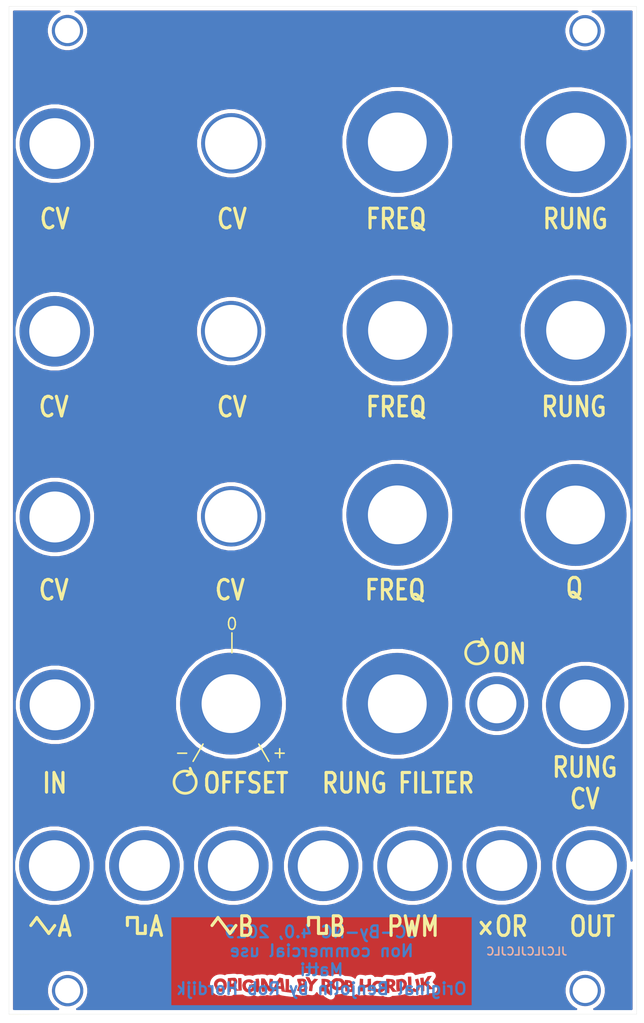
<source format=kicad_pcb>
(kicad_pcb (version 20171130) (host pcbnew "(5.1.4-0-10_14)")
  (layers (0 Top signal) (31 Bottom signal) (34 B.Paste user) (35 F.Paste user) (36 B.SilkS user) (37 F.SilkS user) (38 B.Mask user) (39 F.Mask user) (44 Edge.Cuts user))
  (net 0 "")
  (module benjolin_panel:backgr2 (layer Top) (at 149.1742 80.899)
    (fp_text reference G*** hide)
    (fp_text value LOGO hide)
  )
  (module benjolin_panel:A (layer Top) (at 122.809 68.6054)
    (fp_text reference G*** hide)
    (fp_text value LOGO hide)
  )
  (module benjolin_panel:A (layer Top) (at 123.825 58.3946)
    (fp_text reference G*** hide)
    (fp_text value LOGO hide)
  )
  (module "benjolin_panel:original by" (layer Top) (at 148.59 165.608)
    (fp_text reference G*** hide)
    (fp_text value LOGO hide)
    (fp_poly (pts (xy 13.818347 -1.18872) (xy 13.763751 -1.10998) (xy 13.717802 -1.043091) (xy 13.668438 -0.970124) (xy 13.616877 -0.892977) (xy 13.564338 -0.813547) (xy 13.512042 -0.733732) (xy 13.461207 -0.655428) (xy 13.413053 -0.580533) (xy 13.368797 -0.510944) (xy 13.329661 -0.448558) (xy 13.296863 -0.395272) (xy 13.271622 -0.352983) (xy 13.255158 -0.32359) (xy 13.24869 -0.308988) (xy 13.24864 -0.308442) (xy 13.255872 -0.296005) (xy 13.277597 -0.269866) (xy 13.313851 -0.229984) (xy 13.364672 -0.17632) (xy 13.430099 -0.108834) (xy 13.51017 -0.027486) (xy 13.604923 0.067764) (xy 13.694762 0.157425) (xy 13.770423 0.232789) (xy 13.832781 0.295123) (xy 13.882973 0.345695) (xy 13.922136 0.385774) (xy 13.951406 0.416628) (xy 13.971919 0.439524) (xy 13.984812 0.455732) (xy 13.991221 0.466518) (xy 13.992283 0.473151) (xy 13.989134 0.476899) (xy 13.982958 0.47902) (xy 13.965037 0.481867) (xy 13.93012 0.486213) (xy 13.881448 0.491698) (xy 13.822259 0.497967) (xy 13.755794 0.504659) (xy 13.715433 0.508571) (xy 13.476107 0.531432) (xy 13.334433 0.385486) (xy 13.242889 0.291939) (xy 13.163597 0.212594) (xy 13.095415 0.146369) (xy 13.037203 0.092185) (xy 12.987819 0.048962) (xy 12.946123 0.015619) (xy 12.934944 0.007383) (xy 12.86764 -0.041113) (xy 12.859698 0.134383) (xy 12.857276 0.203071) (xy 12.855479 0.284859) (xy 12.854402 0.372534) (xy 12.854137 0.458882) (xy 12.854618 0.525676) (xy 12.855403 0.598563) (xy 12.855473 0.653637) (xy 12.854691 0.693396) (xy 12.852917 0.720338) (xy 12.850012 0.736962) (xy 12.845838 0.745765) (xy 12.84224 0.748543) (xy 12.8276 0.751) (xy 12.796144 0.753544) (xy 12.751375 0.755984) (xy 12.696794 0.758126) (xy 12.638077 0.759733) (xy 12.449154 0.763852) (xy 12.442558 0.679106) (xy 12.440636 0.643959) (xy 12.438929 0.592747) (xy 12.437524 0.529723) (xy 12.436508 0.459142) (xy 12.435966 0.385257) (xy 12.4359 0.352667) (xy 12.435341 0.249914) (xy 12.433578 0.152386) (xy 12.430406 0.056667) (xy 12.425618 -0.040657) (xy 12.41901 -0.143) (xy 12.410375 -0.253777) (xy 12.399507 -0.376403) (xy 12.3862 -0.514291) (xy 12.379723 -0.578667) (xy 12.371598 -0.659399) (xy 12.3643 -0.733423) (xy 12.358047 -0.798386) (xy 12.353061 -0.85193) (xy 12.349563 -0.8917) (xy 12.347772 -0.91534) (xy 12.347672 -0.92106) (xy 12.358676 -0.923442) (xy 12.386093 -0.927224) (xy 12.426198 -0.93203) (xy 12.475266 -0.937483) (xy 12.529574 -0.943207) (xy 12.585397 -0.948825) (xy 12.639011 -0.953962) (xy 12.68669 -0.958241) (xy 12.724712 -0.961286) (xy 12.749351 -0.962719) (xy 12.756967 -0.962419) (xy 12.759437 -0.951319) (xy 12.76364 -0.92291) (xy 12.769209 -0.880096) (xy 12.775776 -0.82578) (xy 12.78297 -0.762864) (xy 12.78712 -0.725099) (xy 12.795152 -0.652765) (xy 12.803371 -0.581934) (xy 12.811254 -0.516907) (xy 12.818272 -0.461985) (xy 12.823903 -0.421468) (xy 12.825449 -0.41148) (xy 12.838607 -0.3302) (xy 12.867278 -0.38608) (xy 12.884554 -0.418704) (xy 12.908416 -0.462387) (xy 12.935273 -0.510601) (xy 12.953935 -0.54356) (xy 12.977824 -0.585411) (xy 13.008983 -0.63999) (xy 13.044605 -0.702378) (xy 13.081881 -0.767658) (xy 13.116364 -0.82804) (xy 13.151031 -0.888317) (xy 13.18539 -0.947292) (xy 13.217057 -1.000933) (xy 13.243651 -1.045205) (xy 13.26279 -1.076077) (xy 13.263711 -1.077511) (xy 13.306615 -1.144101) (xy 13.534167 -1.166535) (xy 13.601662 -1.173062) (xy 13.663778 -1.178831) (xy 13.717171 -1.18355) (xy 13.758497 -1.186927) (xy 13.78441 -1.18867) (xy 13.790033 -1.188845) (xy 13.818347 -1.18872)) (layer Top) (width 0.01))
    (fp_poly (pts (xy -2.252765 -1.04421) (xy -2.212175 -1.041845) (xy -2.162007 -1.038374) (xy -2.131856 -1.036083) (xy -2.063031 -1.029697) (xy -1.995657 -1.021638) (xy -1.933055 -1.012477) (xy -1.87855 -1.002786) (xy -1.835465 -0.993134) (xy -1.807122 -0.984093) (xy -1.798106 -0.978738) (xy -1.79165 -0.967766) (xy -1.777392 -0.940991) (xy -1.756561 -0.900807) (xy -1.730391 -0.849613) (xy -1.700111 -0.789805) (xy -1.666955 -0.723779) (xy -1.661936 -0.71374) (xy -1.628531 -0.647476) (xy -1.597762 -0.587563) (xy -1.570856 -0.536303) (xy -1.549039 -0.495996) (xy -1.533541 -0.468943) (xy -1.525587 -0.457443) (xy -1.525088 -0.4572) (xy -1.513817 -0.464773) (xy -1.490235 -0.486872) (xy -1.455227 -0.522571) (xy -1.409675 -0.570945) (xy -1.354466 -0.631067) (xy -1.290481 -0.702011) (xy -1.276909 -0.717194) (xy -1.177137 -0.828953) (xy -0.934009 -0.798815) (xy -0.866379 -0.790199) (xy -0.805988 -0.782058) (xy -0.755587 -0.7748) (xy -0.717927 -0.768833) (xy -0.695759 -0.764565) (xy -0.690931 -0.762799) (xy -0.697507 -0.754038) (xy -0.716041 -0.732254) (xy -0.744786 -0.699424) (xy -0.781995 -0.657527) (xy -0.825922 -0.60854) (xy -0.874818 -0.554442) (xy -0.880083 -0.54864) (xy -0.978366 -0.4399) (xy -1.063191 -0.344973) (xy -1.135235 -0.263078) (xy -1.195175 -0.193428) (xy -1.243688 -0.13524) (xy -1.281449 -0.08773) (xy -1.304469 -0.056749) (xy -1.348495 0.00508) (xy -1.375915 0.21844) (xy -1.385976 0.296902) (xy -1.396901 0.382397) (xy -1.40779 0.467863) (xy -1.417743 0.546237) (xy -1.424792 0.60198) (xy -1.446249 0.77216) (xy -1.477505 0.770816) (xy -1.497881 0.769031) (xy -1.534268 0.764952) (xy -1.582549 0.759076) (xy -1.638606 0.751898) (xy -1.679595 0.746455) (xy -1.736226 0.73856) (xy -1.785578 0.731174) (xy -1.824232 0.724852) (xy -1.848772 0.720145) (xy -1.855892 0.717974) (xy -1.856097 0.706894) (xy -1.854043 0.678172) (xy -1.849983 0.63433) (xy -1.84417 0.57789) (xy -1.836856 0.511374) (xy -1.828294 0.437304) (xy -1.824993 0.409595) (xy -1.815388 0.328675) (xy -1.80627 0.25014) (xy -1.798022 0.177429) (xy -1.791027 0.113978) (xy -1.785671 0.063226) (xy -1.782336 0.028611) (xy -1.781992 0.024511) (xy -1.775354 -0.057657) (xy -1.82096 -0.143129) (xy -1.838416 -0.17619) (xy -1.863252 -0.223714) (xy -1.89359 -0.282078) (xy -1.927547 -0.347658) (xy -1.963244 -0.416831) (xy -1.989242 -0.46736) (xy -2.028597 -0.543532) (xy -2.070974 -0.624819) (xy -2.113644 -0.706036) (xy -2.153876 -0.782) (xy -2.188943 -0.847523) (xy -2.203148 -0.87376) (xy -2.231561 -0.926459) (xy -2.256002 -0.972732) (xy -2.275023 -1.009758) (xy -2.287177 -1.034719) (xy -2.291015 -1.044794) (xy -2.290985 -1.044839) (xy -2.280221 -1.045273) (xy -2.252765 -1.04421)) (layer Top) (width 0.01))
    (fp_poly (pts (xy 4.748248 -0.821417) (xy 4.797839 -0.817028) (xy 4.85531 -0.810478) (xy 4.914588 -0.8024) (xy 4.925669 -0.800728) (xy 5.071058 -0.7784) (xy 5.064014 -0.75242) (xy 5.061309 -0.733166) (xy 5.058769 -0.697869) (xy 5.056439 -0.649541) (xy 5.054363 -0.591195) (xy 5.052586 -0.525843) (xy 5.051151 -0.456498) (xy 5.050104 -0.386172) (xy 5.049488 -0.317877) (xy 5.049347 -0.254627) (xy 5.049727 -0.199433) (xy 5.05067 -0.155309) (xy 5.052223 -0.125265) (xy 5.054428 -0.112316) (xy 5.0546 -0.112134) (xy 5.067881 -0.105168) (xy 5.09555 -0.092806) (xy 5.133062 -0.077033) (xy 5.16128 -0.065606) (xy 5.221916 -0.043497) (xy 5.27391 -0.03047) (xy 5.322735 -0.026541) (xy 5.373864 -0.031725) (xy 5.432771 -0.046036) (xy 5.496403 -0.066541) (xy 5.613086 -0.10668) (xy 5.620475 -0.14732) (xy 5.622407 -0.167836) (xy 5.624208 -0.205671) (xy 5.625804 -0.257823) (xy 5.627123 -0.321291) (xy 5.628091 -0.393073) (xy 5.628635 -0.470169) (xy 5.628681 -0.484121) (xy 5.629499 -0.780282) (xy 5.712889 -0.787316) (xy 5.760445 -0.791825) (xy 5.818796 -0.798079) (xy 5.878609 -0.805056) (xy 5.907394 -0.808656) (xy 5.961733 -0.815641) (xy 5.999244 -0.819939) (xy 6.023278 -0.821228) (xy 6.037188 -0.81919) (xy 6.044328 -0.813505) (xy 6.048049 -0.803852) (xy 6.050295 -0.795021) (xy 6.051991 -0.778827) (xy 6.053752 -0.744143) (xy 6.055547 -0.692798) (xy 6.05735 -0.626623) (xy 6.059132 -0.547446) (xy 6.060866 -0.457098) (xy 6.062522 -0.357409) (xy 6.064074 -0.250206) (xy 6.065492 -0.137322) (xy 6.066749 -0.020584) (xy 6.067817 0.098177) (xy 6.068667 0.217131) (xy 6.069272 0.33445) (xy 6.069604 0.448302) (xy 6.069628 0.464595) (xy 6.069477 0.564176) (xy 6.068725 0.644454) (xy 6.067335 0.706442) (xy 6.065274 0.75115) (xy 6.062508 0.779588) (xy 6.059002 0.792768) (xy 6.058475 0.793428) (xy 6.046986 0.798333) (xy 6.024023 0.799523) (xy 5.986599 0.796958) (xy 5.941919 0.791887) (xy 5.883841 0.786193) (xy 5.819889 0.782346) (xy 5.761028 0.78094) (xy 5.742967 0.781151) (xy 5.649014 0.783512) (xy 5.655646 0.525742) (xy 5.657213 0.454015) (xy 5.658129 0.387867) (xy 5.658394 0.330376) (xy 5.658008 0.284618) (xy 5.65697 0.25367) (xy 5.655694 0.241736) (xy 5.64911 0.2155) (xy 5.524575 0.272542) (xy 5.4722 0.296112) (xy 5.43321 0.312172) (xy 5.402742 0.32215) (xy 5.375928 0.327468) (xy 5.347905 0.329552) (xy 5.32892 0.329841) (xy 5.298088 0.329333) (xy 5.2723 0.326549) (xy 5.246637 0.319974) (xy 5.21618 0.308095) (xy 5.176009 0.289399) (xy 5.140046 0.271728) (xy 5.09544 0.249861) (xy 5.057511 0.231726) (xy 5.029895 0.219027) (xy 5.016229 0.213472) (xy 5.015586 0.21336) (xy 5.011702 0.217526) (xy 5.009596 0.231172) (xy 5.009354 0.256011) (xy 5.011061 0.293762) (xy 5.0148 0.346139) (xy 5.020658 0.41486) (xy 5.028718 0.50164) (xy 5.030994 0.525383) (xy 5.037123 0.592524) (xy 5.041993 0.652864) (xy 5.045419 0.703483) (xy 5.047219 0.741461) (xy 5.047209 0.763879) (xy 5.046273 0.768633) (xy 5.033823 0.771587) (xy 5.005164 0.774312) (xy 4.964406 0.776523) (xy 4.91566 0.777939) (xy 4.909563 0.778041) (xy 4.855469 0.779697) (xy 4.804313 0.782728) (xy 4.76193 0.786702) (xy 4.73456 0.791083) (xy 4.692173 0.800099) (xy 4.665126 0.801824) (xy 4.649528 0.795536) (xy 4.641491 0.780516) (xy 4.63984 0.773544) (xy 4.636583 0.753099) (xy 4.631651 0.717021) (xy 4.625636 0.669867) (xy 4.619132 0.616198) (xy 4.617032 0.598284) (xy 4.611735 0.548058) (xy 4.607834 0.49867) (xy 4.60524 0.446519) (xy 4.603862 0.388001) (xy 4.60361 0.319515) (xy 4.604393 0.237458) (xy 4.605843 0.1524) (xy 4.608124 0.048234) (xy 4.611018 -0.062009) (xy 4.614404 -0.175089) (xy 4.618162 -0.287766) (xy 4.622171 -0.396799) (xy 4.626313 -0.498949) (xy 4.630467 -0.590974) (xy 4.634512 -0.669635) (xy 4.63833 -0.731691) (xy 4.638859 -0.73914) (xy 4.644944 -0.82296) (xy 4.712612 -0.823008) (xy 4.748248 -0.821417)) (layer Top) (width 0.01))
    (fp_poly (pts (xy -2.631929 -0.831621) (xy -2.596454 -0.829676) (xy -2.566044 -0.826518) (xy -2.537651 -0.822058) (xy -2.51968 -0.818593) (xy -2.424422 -0.790933) (xy -2.344365 -0.749802) (xy -2.279598 -0.695312) (xy -2.230212 -0.627576) (xy -2.196296 -0.546705) (xy -2.177939 -0.452813) (xy -2.174391 -0.384041) (xy -2.180182 -0.29262) (xy -2.198792 -0.214415) (xy -2.23142 -0.14597) (xy -2.278048 -0.085143) (xy -2.299236 -0.061085) (xy -2.312657 -0.04374) (xy -2.315426 -0.037489) (xy -2.304669 -0.031655) (xy -2.282365 -0.02021) (xy -2.271705 -0.014837) (xy -2.224725 0.01514) (xy -2.175827 0.056915) (xy -2.130996 0.104526) (xy -2.096217 0.15201) (xy -2.086371 0.169816) (xy -2.063197 0.237422) (xy -2.052893 0.315627) (xy -2.055261 0.399468) (xy -2.070105 0.483981) (xy -2.097227 0.564205) (xy -2.102515 0.575933) (xy -2.14866 0.65138) (xy -2.210345 0.716772) (xy -2.284227 0.769566) (xy -2.366967 0.80722) (xy -2.427087 0.822972) (xy -2.478646 0.829033) (xy -2.544953 0.831537) (xy -2.620766 0.830571) (xy -2.700842 0.826224) (xy -2.779938 0.818583) (xy -2.794 0.816822) (xy -2.943171 0.795347) (xy -3.072191 0.772392) (xy -3.18118 0.747934) (xy -3.261213 0.724953) (xy -3.305086 0.710147) (xy -3.341771 0.696873) (xy -3.366944 0.686752) (xy -3.375957 0.681947) (xy -3.374941 0.670423) (xy -3.367404 0.64293) (xy -3.354302 0.602393) (xy -3.336595 0.551734) (xy -3.315241 0.493879) (xy -3.308654 0.476567) (xy -3.305601 0.468537) (xy -2.86512 0.468537) (xy -2.8557 0.474458) (xy -2.830344 0.47924) (xy -2.793414 0.482761) (xy -2.749269 0.484894) (xy -2.702269 0.485516) (xy -2.656775 0.484501) (xy -2.617146 0.481724) (xy -2.587742 0.477061) (xy -2.58572 0.476537) (xy -2.537166 0.454139) (xy -2.499427 0.418705) (xy -2.473908 0.37432) (xy -2.462015 0.325071) (xy -2.46515 0.275045) (xy -2.484718 0.228328) (xy -2.495441 0.213833) (xy -2.526103 0.189521) (xy -2.573075 0.167861) (xy -2.632387 0.150246) (xy -2.70007 0.138068) (xy -2.717041 0.136117) (xy -2.781859 0.129476) (xy -2.79401 0.189198) (xy -2.802115 0.225224) (xy -2.813957 0.273186) (xy -2.82763 0.325501) (xy -2.83564 0.354822) (xy -2.847662 0.398689) (xy -2.857318 0.435229) (xy -2.863476 0.460063) (xy -2.86512 0.468537) (xy -3.305601 0.468537) (xy -3.275276 0.388794) (xy -3.248669 0.316929) (xy -3.22801 0.258034) (xy -3.212476 0.20917) (xy -3.201243 0.167396) (xy -3.19349 0.129776) (xy -3.188392 0.093369) (xy -3.185126 0.055236) (xy -3.183712 0.03048) (xy -3.181871 -0.018909) (xy -3.182558 -0.058559) (xy -3.186577 -0.095654) (xy -3.194729 -0.137382) (xy -3.207815 -0.190927) (xy -3.208874 -0.195059) (xy -3.226089 -0.2559) (xy -3.248217 -0.325311) (xy -3.271961 -0.39327) (xy -3.287458 -0.433819) (xy -3.308219 -0.48695) (xy -3.310679 -0.494118) (xy -2.8448 -0.494118) (xy -2.842933 -0.477548) (xy -2.837912 -0.44647) (xy -2.830612 -0.405407) (xy -2.821906 -0.358878) (xy -2.812668 -0.311404) (xy -2.803772 -0.267505) (xy -2.79609 -0.231703) (xy -2.790497 -0.208517) (xy -2.788426 -0.2024) (xy -2.774595 -0.19628) (xy -2.746867 -0.193457) (xy -2.711364 -0.193735) (xy -2.674205 -0.196912) (xy -2.641511 -0.202792) (xy -2.626257 -0.207669) (xy -2.58602 -0.234277) (xy -2.561473 -0.273457) (xy -2.553089 -0.324311) (xy -2.55403 -0.344377) (xy -2.56822 -0.401556) (xy -2.598624 -0.446879) (xy -2.644665 -0.47993) (xy -2.705763 -0.500294) (xy -2.7813 -0.507556) (xy -2.818476 -0.506529) (xy -2.838602 -0.502354) (xy -2.844797 -0.494372) (xy -2.8448 -0.494118) (xy -3.310679 -0.494118) (xy -3.322415 -0.528305) (xy -3.33165 -0.564713) (xy -3.337525 -0.603004) (xy -3.341644 -0.650009) (xy -3.343017 -0.67056) (xy -3.345624 -0.717062) (xy -3.347085 -0.755612) (xy -3.347289 -0.782004) (xy -3.346255 -0.791949) (xy -3.331066 -0.797797) (xy -3.297703 -0.803682) (xy -3.248311 -0.80943) (xy -3.185033 -0.814871) (xy -3.110014 -0.81983) (xy -3.025399 -0.824136) (xy -2.933332 -0.827617) (xy -2.88544 -0.828987) (xy -2.799225 -0.831034) (xy -2.730267 -0.832213) (xy -2.675517 -0.832437) (xy -2.631929 -0.831621)) (layer Top) (width 0.01))
    (fp_poly (pts (xy -12.99075 -0.850673) (xy -12.873682 -0.822655) (xy -12.814898 -0.801156) (xy -12.70775 -0.745807) (xy -12.611353 -0.674188) (xy -12.52735 -0.588195) (xy -12.45738 -0.48972) (xy -12.403087 -0.380658) (xy -12.373214 -0.291471) (xy -12.363943 -0.244878) (xy -12.356329 -0.183133) (xy -12.350573 -0.111353) (xy -12.346877 -0.034652) (xy -12.345444 0.041852) (xy -12.346473 0.113044) (xy -12.350169 0.173809) (xy -12.353722 0.202961) (xy -12.378841 0.316355) (xy -12.417531 0.416879) (xy -12.471682 0.508293) (xy -12.543186 0.594354) (xy -12.558506 0.610028) (xy -12.645263 0.683311) (xy -12.744979 0.744004) (xy -12.852852 0.78939) (xy -12.90042 0.80349) (xy -12.963089 0.815919) (xy -13.036364 0.82444) (xy -13.113723 0.828802) (xy -13.188645 0.828755) (xy -13.254609 0.824048) (xy -13.28928 0.818438) (xy -13.394903 0.789366) (xy -13.486585 0.749645) (xy -13.568987 0.696808) (xy -13.64523 0.629922) (xy -13.69939 0.57073) (xy -13.738681 0.513758) (xy -13.766585 0.452502) (xy -13.786585 0.380457) (xy -13.791329 0.357006) (xy -13.801068 0.311573) (xy -13.811634 0.27942) (xy -13.826002 0.253622) (xy -13.846938 0.227486) (xy -13.899167 0.153196) (xy -13.936317 0.067801) (xy -13.958316 -0.0261) (xy -13.963514 -0.102689) (xy -13.541855 -0.102689) (xy -13.541165 -0.030521) (xy -13.53041 0.03777) (xy -13.50813 0.108844) (xy -13.481955 0.170186) (xy -13.43474 0.251876) (xy -13.376985 0.318711) (xy -13.310659 0.369839) (xy -13.237732 0.404408) (xy -13.160172 0.421564) (xy -13.079949 0.420454) (xy -12.999031 0.400227) (xy -12.97432 0.390035) (xy -12.908827 0.350232) (xy -12.851081 0.29552) (xy -12.806293 0.231149) (xy -12.795973 0.210317) (xy -12.782492 0.176674) (xy -12.773479 0.143313) (xy -12.767703 0.103788) (xy -12.763931 0.051651) (xy -12.763326 0.039494) (xy -12.762125 -0.028899) (xy -12.764919 -0.090415) (xy -12.770602 -0.134142) (xy -12.797148 -0.220806) (xy -12.84024 -0.297653) (xy -12.898194 -0.362477) (xy -12.969326 -0.413073) (xy -12.992861 -0.425091) (xy -13.022012 -0.437661) (xy -13.048692 -0.445637) (xy -13.079031 -0.450029) (xy -13.119163 -0.451843) (xy -13.1572 -0.45212) (xy -13.207467 -0.451586) (xy -13.243458 -0.449295) (xy -13.271207 -0.444213) (xy -13.296745 -0.435308) (xy -13.320991 -0.424074) (xy -13.398799 -0.375889) (xy -13.460685 -0.316118) (xy -13.505806 -0.245987) (xy -13.533318 -0.166725) (xy -13.541855 -0.102689) (xy -13.963514 -0.102689) (xy -13.96509 -0.12591) (xy -13.956565 -0.229031) (xy -13.932669 -0.332865) (xy -13.893329 -0.434814) (xy -13.867033 -0.48571) (xy -13.83442 -0.533519) (xy -13.788874 -0.586915) (xy -13.735084 -0.641368) (xy -13.677741 -0.692349) (xy -13.621536 -0.735331) (xy -13.58392 -0.759054) (xy -13.47752 -0.807545) (xy -13.36102 -0.841171) (xy -13.238403 -0.859713) (xy -13.113652 -0.862953) (xy -12.99075 -0.850673)) (layer Top) (width 0.01))
    (fp_poly (pts (xy -7.893476 -0.870483) (xy -7.853961 -0.868663) (xy -7.805638 -0.866111) (xy -7.752328 -0.863056) (xy -7.697852 -0.859723) (xy -7.646031 -0.856341) (xy -7.600686 -0.853135) (xy -7.565638 -0.850335) (xy -7.544707 -0.848165) (xy -7.543632 -0.848006) (xy -7.524987 -0.841828) (xy -7.506849 -0.827141) (xy -7.485508 -0.800345) (xy -7.468135 -0.774685) (xy -7.407766 -0.680143) (xy -7.348344 -0.582855) (xy -7.291542 -0.485833) (xy -7.239029 -0.392093) (xy -7.192478 -0.304648) (xy -7.153561 -0.226513) (xy -7.123949 -0.160702) (xy -7.114576 -0.13716) (xy -7.100523 -0.10676) (xy -7.078255 -0.066128) (xy -7.051351 -0.02158) (xy -7.034015 0.00508) (xy -7.007306 0.045374) (xy -6.983739 0.08184) (xy -6.966368 0.109702) (xy -6.959444 0.121693) (xy -6.949561 0.138506) (xy -6.943596 0.138243) (xy -6.938399 0.126773) (xy -6.935418 0.109461) (xy -6.932811 0.07629) (xy -6.930826 0.031719) (xy -6.929713 -0.01979) (xy -6.929617 -0.03048) (xy -6.928479 -0.096516) (xy -6.926085 -0.173016) (xy -6.922793 -0.250189) (xy -6.919228 -0.314178) (xy -6.915168 -0.368973) (xy -6.909681 -0.431338) (xy -6.903139 -0.498125) (xy -6.89591 -0.566184) (xy -6.888365 -0.632366) (xy -6.880872 -0.693521) (xy -6.873802 -0.7465) (xy -6.867524 -0.788154) (xy -6.862409 -0.815333) (xy -6.859311 -0.824641) (xy -6.847993 -0.825358) (xy -6.820299 -0.823826) (xy -6.779995 -0.820468) (xy -6.730849 -0.815706) (xy -6.676628 -0.809963) (xy -6.621099 -0.803662) (xy -6.568029 -0.797226) (xy -6.521185 -0.791078) (xy -6.484335 -0.78564) (xy -6.461245 -0.781335) (xy -6.455361 -0.779308) (xy -6.454851 -0.768112) (xy -6.456422 -0.739943) (xy -6.459814 -0.69801) (xy -6.464766 -0.645523) (xy -6.471016 -0.585693) (xy -6.47134 -0.582729) (xy -6.480241 -0.501127) (xy -6.487264 -0.435151) (xy -6.492783 -0.380228) (xy -6.49717 -0.331789) (xy -6.500797 -0.285264) (xy -6.504039 -0.236082) (xy -6.507266 -0.179672) (xy -6.510854 -0.111464) (xy -6.512659 -0.0762) (xy -6.516584 -0.005756) (xy -6.521543 0.073074) (xy -6.527339 0.157932) (xy -6.533774 0.246463) (xy -6.540649 0.336309) (xy -6.547766 0.425114) (xy -6.554926 0.510519) (xy -6.561932 0.590169) (xy -6.568584 0.661707) (xy -6.574685 0.722775) (xy -6.580036 0.771017) (xy -6.584439 0.804076) (xy -6.587696 0.819594) (xy -6.588097 0.820291) (xy -6.598358 0.820025) (xy -6.62563 0.817831) (xy -6.666726 0.814007) (xy -6.718458 0.808848) (xy -6.777439 0.802673) (xy -6.837902 0.796293) (xy -6.892141 0.790734) (xy -6.936618 0.786347) (xy -6.967797 0.783479) (xy -6.981885 0.782482) (xy -6.993635 0.773539) (xy -7.014939 0.74701) (xy -7.045618 0.703147) (xy -7.085497 0.642201) (xy -7.130009 0.5715) (xy -7.194299 0.46761) (xy -7.249177 0.377965) (xy -7.296232 0.299722) (xy -7.337054 0.230042) (xy -7.373232 0.166084) (xy -7.406357 0.105008) (xy -7.438019 0.043973) (xy -7.469806 -0.019861) (xy -7.503308 -0.089335) (xy -7.522376 -0.129566) (xy -7.545633 -0.175813) (xy -7.562775 -0.20309) (xy -7.573706 -0.211326) (xy -7.578333 -0.20045) (xy -7.57656 -0.170391) (xy -7.576533 -0.17018) (xy -7.568248 -0.108267) (xy -7.557184 -0.03074) (xy -7.544029 0.057994) (xy -7.529469 0.153526) (xy -7.514191 0.251449) (xy -7.498882 0.347353) (xy -7.484227 0.436832) (xy -7.470915 0.515477) (xy -7.46106 0.571105) (xy -7.450138 0.633005) (xy -7.441062 0.688559) (xy -7.434307 0.734497) (xy -7.430347 0.767553) (xy -7.429659 0.784457) (xy -7.429892 0.785464) (xy -7.443314 0.79493) (xy -7.474795 0.804116) (xy -7.522074 0.812648) (xy -7.58289 0.820154) (xy -7.654983 0.826262) (xy -7.69112 0.82849) (xy -7.737971 0.831372) (xy -7.779146 0.834472) (xy -7.809184 0.837349) (xy -7.820433 0.838947) (xy -7.839163 0.837671) (xy -7.847464 0.820613) (xy -7.847475 0.820556) (xy -7.853188 0.788388) (xy -7.861263 0.739621) (xy -7.871166 0.677766) (xy -7.882362 0.606337) (xy -7.894318 0.528845) (xy -7.906498 0.448803) (xy -7.918369 0.369725) (xy -7.929396 0.295121) (xy -7.939045 0.228506) (xy -7.946781 0.173391) (xy -7.95207 0.133289) (xy -7.952219 0.13208) (xy -7.961186 0.036348) (xy -7.966856 -0.075068) (xy -7.969234 -0.197805) (xy -7.968324 -0.327496) (xy -7.964129 -0.459776) (xy -7.956653 -0.590281) (xy -7.951529 -0.65532) (xy -7.945932 -0.718758) (xy -7.940803 -0.774912) (xy -7.936432 -0.820786) (xy -7.933106 -0.853386) (xy -7.931112 -0.869715) (xy -7.930798 -0.871021) (xy -7.920362 -0.871345) (xy -7.893476 -0.870483)) (layer Top) (width 0.01))
    (fp_poly (pts (xy -11.345579 -0.946685) (xy -11.286677 -0.937844) (xy -11.238656 -0.921316) (xy -11.197036 -0.895452) (xy -11.157335 -0.858604) (xy -11.14937 -0.849926) (xy -11.089518 -0.76901) (xy -11.04709 -0.678521) (xy -11.021858 -0.577809) (xy -11.01359 -0.466222) (xy -11.013591 -0.465894) (xy -11.020195 -0.359455) (xy -11.040122 -0.266523) (xy -11.074079 -0.184675) (xy -11.113937 -0.122751) (xy -11.144531 -0.090265) (xy -11.187273 -0.054678) (xy -11.235595 -0.020802) (xy -11.28293 0.006547) (xy -11.302836 0.015724) (xy -11.329434 0.028228) (xy -11.345995 0.038968) (xy -11.34872 0.042883) (xy -11.342776 0.054525) (xy -11.326023 0.07931) (xy -11.300086 0.115177) (xy -11.266588 0.160066) (xy -11.227151 0.211917) (xy -11.183398 0.26867) (xy -11.136953 0.328266) (xy -11.089437 0.388643) (xy -11.042476 0.447742) (xy -10.997691 0.503503) (xy -10.956705 0.553866) (xy -10.921141 0.596771) (xy -10.892623 0.630157) (xy -10.872773 0.651966) (xy -10.863214 0.660136) (xy -10.862638 0.659859) (xy -10.862195 0.648131) (xy -10.862126 0.617878) (xy -10.86241 0.570892) (xy -10.863025 0.508964) (xy -10.863949 0.433886) (xy -10.865159 0.347449) (xy -10.866634 0.251444) (xy -10.868352 0.147664) (xy -10.87029 0.037899) (xy -10.870292 0.037813) (xy -10.872343 -0.077708) (xy -10.87427 -0.19177) (xy -10.876039 -0.301939) (xy -10.877615 -0.405779) (xy -10.878964 -0.500857) (xy -10.880049 -0.584738) (xy -10.880837 -0.654987) (xy -10.881292 -0.709169) (xy -10.881394 -0.737656) (xy -10.88136 -0.901272) (xy -10.6807 -0.906921) (xy -10.618811 -0.908329) (xy -10.563967 -0.908942) (xy -10.519367 -0.908775) (xy -10.48821 -0.907846) (xy -10.473695 -0.90617) (xy -10.473161 -0.905865) (xy -10.472007 -0.895025) (xy -10.470624 -0.865768) (xy -10.469046 -0.81998) (xy -10.467305 -0.759546) (xy -10.465434 -0.686352) (xy -10.463466 -0.602285) (xy -10.461434 -0.509231) (xy -10.459372 -0.409075) (xy -10.457313 -0.303703) (xy -10.455289 -0.195002) (xy -10.453333 -0.084857) (xy -10.451479 0.024845) (xy -10.44976 0.132219) (xy -10.448209 0.235378) (xy -10.446858 0.332437) (xy -10.445741 0.421509) (xy -10.444891 0.500709) (xy -10.444341 0.56815) (xy -10.444124 0.621947) (xy -10.444272 0.660214) (xy -10.44482 0.681064) (xy -10.445291 0.684414) (xy -10.456012 0.685342) (xy -10.485001 0.686498) (xy -10.530208 0.687836) (xy -10.589583 0.689306) (xy -10.661076 0.69086) (xy -10.742637 0.692452) (xy -10.832215 0.694032) (xy -10.907935 0.695251) (xy -11.36631 0.70232) (xy -11.485282 0.530043) (xy -11.524916 0.473298) (xy -11.56429 0.418081) (xy -11.600655 0.368165) (xy -11.631261 0.327321) (xy -11.653358 0.299322) (xy -11.654244 0.298263) (xy -11.685662 0.260119) (xy -11.718187 0.21946) (xy -11.742376 0.18823) (xy -11.78052 0.1377) (xy -11.78756 0.21871) (xy -11.790903 0.255068) (xy -11.795899 0.306722) (xy -11.802062 0.368761) (xy -11.808905 0.436274) (xy -11.8155 0.500148) (xy -11.822124 0.567296) (xy -11.827882 0.63262) (xy -11.832419 0.691494) (xy -11.835378 0.739295) (xy -11.8364 0.770743) (xy -11.836986 0.808041) (xy -11.83971 0.829874) (xy -11.846023 0.841083) (xy -11.857376 0.846512) (xy -11.85926 0.847036) (xy -11.887632 0.850829) (xy -11.931503 0.852081) (xy -11.986232 0.85094) (xy -12.047178 0.847552) (xy -12.109698 0.842063) (xy -12.144258 0.83805) (xy -12.187048 0.832136) (xy -12.221775 0.826508) (xy -12.243829 0.82196) (xy -12.249137 0.82001) (xy -12.249756 0.808951) (xy -12.249029 0.780079) (xy -12.247082 0.735848) (xy -12.244041 0.678712) (xy -12.240033 0.611123) (xy -12.235185 0.535537) (xy -12.232188 0.491174) (xy -12.225846 0.391988) (xy -12.220501 0.29226) (xy -12.216052 0.188817) (xy -12.212398 0.078484) (xy -12.209436 -0.041913) (xy -12.207065 -0.175548) (xy -12.205183 -0.325596) (xy -12.204808 -0.362784) (xy -12.202643 -0.586655) (xy -11.77544 -0.586655) (xy -11.77544 -0.175703) (xy -11.7221 -0.180096) (xy -11.678006 -0.18587) (xy -11.631457 -0.195074) (xy -11.617312 -0.198659) (xy -11.550298 -0.22519) (xy -11.499926 -0.263362) (xy -11.466086 -0.313315) (xy -11.448666 -0.375192) (xy -11.446045 -0.417218) (xy -11.453097 -0.479835) (xy -11.473981 -0.528697) (xy -11.509207 -0.564151) (xy -11.559282 -0.586539) (xy -11.624714 -0.596206) (xy -11.706012 -0.593496) (xy -11.706236 -0.593474) (xy -11.77544 -0.586655) (xy -12.202643 -0.586655) (xy -12.199678 -0.893208) (xy -12.157739 -0.898252) (xy -12.131576 -0.900595) (xy -12.090538 -0.903336) (xy -12.040061 -0.90615) (xy -11.985575 -0.908708) (xy -11.980615 -0.908917) (xy -11.917393 -0.912402) (xy -11.842965 -0.917835) (xy -11.766269 -0.924494) (xy -11.696243 -0.931659) (xy -11.691055 -0.932249) (xy -11.624543 -0.938861) (xy -11.55306 -0.944275) (xy -11.484574 -0.947986) (xy -11.42705 -0.949487) (xy -11.41984 -0.94949) (xy -11.345579 -0.946685)) (layer Top) (width 0.01))
    (fp_poly (pts (xy 12.081763 -0.828313) (xy 12.090341 -0.801422) (xy 12.103053 -0.760423) (xy 12.11907 -0.708001) (xy 12.137566 -0.646842) (xy 12.152029 -0.598648) (xy 12.187481 -0.47738) (xy 12.216254 -0.371766) (xy 12.238849 -0.278449) (xy 12.255766 -0.194074) (xy 12.267507 -0.115284) (xy 12.274571 -0.038723) (xy 12.277459 0.038965) (xy 12.276672 0.121136) (xy 12.272739 0.210643) (xy 12.265825 0.311942) (xy 12.25727 0.39592) (xy 12.246543 0.465542) (xy 12.233113 0.523777) (xy 12.216451 0.573593) (xy 12.202047 0.606132) (xy 12.159826 0.671688) (xy 12.101891 0.732328) (xy 12.032789 0.784687) (xy 11.957069 0.825398) (xy 11.879276 0.851095) (xy 11.868033 0.853386) (xy 11.810953 0.860132) (xy 11.744165 0.86214) (xy 11.677622 0.859448) (xy 11.62304 0.852444) (xy 11.562366 0.833891) (xy 11.498345 0.803182) (xy 11.439297 0.764798) (xy 11.404098 0.734494) (xy 11.372381 0.700033) (xy 11.34185 0.662133) (xy 11.315565 0.625154) (xy 11.296586 0.593452) (xy 11.287973 0.571385) (xy 11.28776 0.568827) (xy 11.295559 0.558006) (xy 11.317226 0.53749) (xy 11.350162 0.509494) (xy 11.39177 0.476232) (xy 11.435961 0.442519) (xy 11.491661 0.40133) (xy 11.533357 0.371953) (xy 11.563069 0.353703) (xy 11.582816 0.345898) (xy 11.594618 0.347852) (xy 11.600495 0.358883) (xy 11.602467 0.378305) (xy 11.602602 0.38608) (xy 11.611916 0.426146) (xy 11.636005 0.461876) (xy 11.670021 0.489106) (xy 11.709116 0.503671) (xy 11.739489 0.503663) (xy 11.76983 0.493602) (xy 11.794417 0.474735) (xy 11.813865 0.44522) (xy 11.828786 0.40322) (xy 11.839795 0.346895) (xy 11.847505 0.274406) (xy 11.852529 0.183914) (xy 11.853297 0.16256) (xy 11.854861 0.088125) (xy 11.853943 0.02042) (xy 11.849999 -0.044029) (xy 11.842484 -0.108698) (xy 11.830857 -0.177059) (xy 11.814571 -0.252588) (xy 11.793085 -0.338759) (xy 11.765854 -0.439047) (xy 11.750795 -0.492476) (xy 11.732519 -0.558086) (xy 11.716786 -0.617137) (xy 11.704275 -0.666856) (xy 11.695668 -0.704471) (xy 11.691644 -0.727208) (xy 11.691843 -0.73273) (xy 11.703274 -0.737267) (xy 11.730374 -0.745798) (xy 11.769494 -0.757325) (xy 11.816987 -0.77085) (xy 11.869202 -0.785375) (xy 11.922491 -0.799901) (xy 11.973206 -0.813431) (xy 12.017698 -0.824966) (xy 12.052318 -0.833508) (xy 12.073417 -0.838059) (xy 12.078146 -0.838411) (xy 12.081763 -0.828313)) (layer Top) (width 0.01))
    (fp_poly (pts (xy 11.198008 -0.94488) (xy 11.199743 -0.902277) (xy 11.201857 -0.842445) (xy 11.204258 -0.768468) (xy 11.206853 -0.683432) (xy 11.209547 -0.590422) (xy 11.212248 -0.492522) (xy 11.214863 -0.392819) (xy 11.215803 -0.3556) (xy 11.219423 -0.183617) (xy 11.221143 -0.029732) (xy 11.220854 0.108198) (xy 11.218445 0.232316) (xy 11.213808 0.344764) (xy 11.206833 0.447687) (xy 11.197413 0.543227) (xy 11.185436 0.633526) (xy 11.170795 0.720727) (xy 11.157575 0.7874) (xy 11.14044 0.86868) (xy 11.08964 0.870058) (xy 11.054085 0.869954) (xy 11.023054 0.868096) (xy 11.01344 0.866807) (xy 10.976421 0.857966) (xy 10.932491 0.844285) (xy 10.885463 0.827362) (xy 10.839147 0.808796) (xy 10.797354 0.790186) (xy 10.763895 0.773131) (xy 10.742582 0.75923) (xy 10.73692 0.750791) (xy 10.740902 0.736537) (xy 10.749104 0.707893) (xy 10.760057 0.669977) (xy 10.765345 0.651758) (xy 10.779025 0.599473) (xy 10.791596 0.542431) (xy 10.800613 0.491866) (xy 10.80146 0.485891) (xy 10.80439 0.451184) (xy 10.806459 0.397993) (xy 10.807688 0.328136) (xy 10.8081 0.24343) (xy 10.807718 0.145693) (xy 10.806563 0.036741) (xy 10.804658 -0.081607) (xy 10.802026 -0.207536) (xy 10.798689 -0.339227) (xy 10.79467 -0.474863) (xy 10.789991 -0.612627) (xy 10.78686 -0.69596) (xy 10.783562 -0.782386) (xy 10.78065 -0.862219) (xy 10.778197 -0.933234) (xy 10.776272 -0.993205) (xy 10.774947 -1.039906) (xy 10.774293 -1.07111) (xy 10.77438 -1.084592) (xy 10.774467 -1.084955) (xy 10.784953 -1.085936) (xy 10.812693 -1.086992) (xy 10.854623 -1.088048) (xy 10.907679 -1.089031) (xy 10.968795 -1.089867) (xy 10.984181 -1.090035) (xy 11.19124 -1.0922) (xy 11.198008 -0.94488)) (layer Top) (width 0.01))
    (fp_poly (pts (xy 6.982627 -0.549116) (xy 7.008761 -0.544557) (xy 7.089806 -0.535346) (xy 7.181674 -0.535757) (xy 7.296839 -0.532545) (xy 7.406048 -0.510702) (xy 7.507999 -0.47138) (xy 7.601385 -0.415728) (xy 7.684905 -0.344896) (xy 7.757254 -0.260036) (xy 7.817128 -0.162297) (xy 7.863223 -0.05283) (xy 7.894235 0.067216) (xy 7.899261 0.09729) (xy 7.908299 0.219759) (xy 7.898385 0.337545) (xy 7.869971 0.449216) (xy 7.823508 0.55334) (xy 7.759448 0.648485) (xy 7.70729 0.70612) (xy 7.622866 0.777626) (xy 7.531981 0.831058) (xy 7.432488 0.867332) (xy 7.322237 0.887368) (xy 7.274994 0.891024) (xy 7.230255 0.892639) (xy 7.193318 0.892715) (xy 7.168718 0.89132) (xy 7.161093 0.889347) (xy 7.149357 0.886832) (xy 7.120379 0.883844) (xy 7.077226 0.880604) (xy 7.022965 0.877331) (xy 6.960662 0.874248) (xy 6.937573 0.873257) (xy 6.853956 0.869077) (xy 6.77981 0.863925) (xy 6.718197 0.858072) (xy 6.672178 0.851788) (xy 6.6548 0.848288) (xy 6.553092 0.813476) (xy 6.45747 0.761014) (xy 6.370979 0.693342) (xy 6.296663 0.612901) (xy 6.237567 0.522132) (xy 6.230314 0.508) (xy 6.196681 0.433496) (xy 6.174424 0.365736) (xy 6.16168 0.296748) (xy 6.156585 0.218563) (xy 6.156267 0.191187) (xy 6.156581 0.18288) (xy 6.59418 0.18288) (xy 6.601543 0.258842) (xy 6.624991 0.324498) (xy 6.6661 0.38377) (xy 6.681617 0.400392) (xy 6.720133 0.433558) (xy 6.764447 0.459664) (xy 6.816968 0.479251) (xy 6.880104 0.492856) (xy 6.956261 0.501019) (xy 7.047849 0.504279) (xy 7.14248 0.503534) (xy 7.197553 0.501633) (xy 7.237322 0.498316) (xy 7.266793 0.492812) (xy 7.29097 0.484353) (xy 7.302217 0.47899) (xy 7.369307 0.434136) (xy 7.420732 0.376559) (xy 7.455817 0.307255) (xy 7.473891 0.227217) (xy 7.474111 0.225164) (xy 7.473258 0.140928) (xy 7.453854 0.061314) (xy 7.417528 -0.011417) (xy 7.365909 -0.075003) (xy 7.30063 -0.127183) (xy 7.223319 -0.165695) (xy 7.18312 -0.178477) (xy 7.119071 -0.190716) (xy 7.04799 -0.196585) (xy 6.976413 -0.196138) (xy 6.910881 -0.189426) (xy 6.857931 -0.176499) (xy 6.856294 -0.1759) (xy 6.773004 -0.135518) (xy 6.704347 -0.082324) (xy 6.651355 -0.017729) (xy 6.61506 0.056854) (xy 6.596493 0.140014) (xy 6.59418 0.18288) (xy 6.156581 0.18288) (xy 6.15948 0.106327) (xy 6.170571 0.030755) (xy 6.191163 -0.039908) (xy 6.22288 -0.110042) (xy 6.267343 -0.184027) (xy 6.325401 -0.265219) (xy 6.374185 -0.32662) (xy 6.418665 -0.374937) (xy 6.464077 -0.415027) (xy 6.515655 -0.451749) (xy 6.548438 -0.472204) (xy 6.647182 -0.520011) (xy 6.75282 -0.548822) (xy 6.864815 -0.558552) (xy 6.982627 -0.549116)) (layer Top) (width 0.01))
    (fp_poly (pts (xy -8.27406 -0.840327) (xy -8.268231 -0.826312) (xy -8.260177 -0.793534) (xy -8.249838 -0.74168) (xy -8.237154 -0.670436) (xy -8.222065 -0.579491) (xy -8.213882 -0.52832) (xy -8.196765 -0.394273) (xy -8.185639 -0.248523) (xy -8.182831 -0.18288) (xy -8.181365 -0.133945) (xy -8.180498 -0.09032) (xy -8.180409 -0.049468) (xy -8.181273 -0.008852) (xy -8.183266 0.034064) (xy -8.186566 0.081819) (xy -8.191349 0.136948) (xy -8.197791 0.201989) (xy -8.206069 0.279479) (xy -8.21636 0.371955) (xy -8.228839 0.481954) (xy -8.229492 0.48768) (xy -8.250922 0.67564) (xy -8.310264 0.792107) (xy -8.333202 0.836059) (xy -8.353433 0.872852) (xy -8.36895 0.898972) (xy -8.377745 0.910907) (xy -8.378344 0.911251) (xy -8.392229 0.909025) (xy -8.416794 0.900261) (xy -8.42772 0.895551) (xy -8.451721 0.885091) (xy -8.488675 0.869448) (xy -8.534437 0.850328) (xy -8.584867 0.829436) (xy -8.63582 0.80848) (xy -8.683154 0.789164) (xy -8.722726 0.773196) (xy -8.750394 0.762281) (xy -8.760021 0.758707) (xy -8.768421 0.754093) (xy -8.771093 0.744893) (xy -8.767656 0.726716) (xy -8.757729 0.695174) (xy -8.753399 0.682363) (xy -8.740126 0.63961) (xy -8.725336 0.586174) (xy -8.711538 0.53129) (xy -8.707014 0.511695) (xy -8.693219 0.454302) (xy -8.676428 0.390576) (xy -8.659707 0.332026) (xy -8.655433 0.318058) (xy -8.620924 0.17673) (xy -8.601427 0.02254) (xy -8.59694 -0.143678) (xy -8.607464 -0.321091) (xy -8.632997 -0.508867) (xy -8.656255 -0.629614) (xy -8.666969 -0.681135) (xy -8.675598 -0.725119) (xy -8.681481 -0.757982) (xy -8.683955 -0.776143) (xy -8.683798 -0.77855) (xy -8.669818 -0.784303) (xy -8.639881 -0.791696) (xy -8.597758 -0.800162) (xy -8.54722 -0.80913) (xy -8.492042 -0.818033) (xy -8.435993 -0.826301) (xy -8.382847 -0.833366) (xy -8.336375 -0.838659) (xy -8.300349 -0.841612) (xy -8.278542 -0.841656) (xy -8.27406 -0.840327)) (layer Top) (width 0.01))
    (fp_poly (pts (xy -9.362154 -0.743598) (xy -9.24919 -0.719318) (xy -9.143899 -0.678039) (xy -9.06272 -0.631854) (xy -9.033458 -0.610355) (xy -8.998842 -0.5812) (xy -8.96216 -0.547646) (xy -8.9267 -0.512948) (xy -8.895748 -0.480364) (xy -8.872593 -0.453148) (xy -8.86052 -0.434558) (xy -8.85952 -0.430577) (xy -8.860905 -0.425202) (xy -8.866291 -0.418284) (xy -8.877533 -0.408536) (xy -8.896482 -0.394673) (xy -8.92499 -0.37541) (xy -8.964909 -0.349461) (xy -9.018092 -0.31554) (xy -9.08639 -0.272363) (xy -9.09828 -0.264865) (xy -9.21004 -0.194407) (xy -9.240406 -0.231824) (xy -9.29695 -0.293617) (xy -9.353277 -0.337659) (xy -9.413231 -0.366112) (xy -9.480653 -0.381136) (xy -9.510967 -0.383892) (xy -9.600312 -0.380282) (xy -9.6807 -0.358805) (xy -9.751067 -0.320323) (xy -9.810346 -0.265692) (xy -9.857473 -0.195774) (xy -9.891383 -0.111427) (xy -9.902191 -0.068299) (xy -9.911073 0.013377) (xy -9.906309 0.100535) (xy -9.889246 0.18879) (xy -9.861229 0.273755) (xy -9.823605 0.351045) (xy -9.77772 0.416276) (xy -9.742666 0.451355) (xy -9.675713 0.495153) (xy -9.598145 0.524005) (xy -9.513928 0.537122) (xy -9.427026 0.533712) (xy -9.3779 0.524094) (xy -9.290108 0.494377) (xy -9.219693 0.454454) (xy -9.166223 0.403903) (xy -9.129266 0.3423) (xy -9.108391 0.269225) (xy -9.10689 0.259262) (xy -9.100396 0.211883) (xy -9.134898 0.21764) (xy -9.200183 0.228329) (xy -9.263156 0.238269) (xy -9.320694 0.247002) (xy -9.369672 0.254075) (xy -9.406966 0.259032) (xy -9.429452 0.261416) (xy -9.434686 0.261341) (xy -9.438406 0.249476) (xy -9.443927 0.22195) (xy -9.450629 0.183028) (xy -9.457891 0.136974) (xy -9.465094 0.088053) (xy -9.471616 0.04053) (xy -9.476839 -0.001333) (xy -9.480142 -0.033269) (xy -9.480904 -0.051014) (xy -9.480417 -0.05313) (xy -9.469011 -0.05655) (xy -9.440082 -0.062606) (xy -9.396191 -0.070836) (xy -9.339898 -0.080779) (xy -9.273764 -0.091976) (xy -9.200347 -0.103965) (xy -9.179263 -0.107333) (xy -9.098223 -0.120303) (xy -9.018273 -0.133255) (xy -8.943175 -0.14557) (xy -8.87669 -0.156626) (xy -8.822582 -0.165801) (xy -8.784614 -0.172475) (xy -8.78332 -0.172711) (xy -8.740666 -0.180236) (xy -8.706295 -0.185773) (xy -8.68454 -0.188656) (xy -8.679141 -0.188742) (xy -8.672715 -0.172752) (xy -8.666656 -0.140063) (xy -8.661305 -0.094294) (xy -8.657001 -0.039065) (xy -8.654084 0.022002) (xy -8.652892 0.085288) (xy -8.652881 0.09144) (xy -8.653078 0.152487) (xy -8.654129 0.198221) (xy -8.656679 0.233646) (xy -8.661371 0.263769) (xy -8.668852 0.293594) (xy -8.679764 0.328127) (xy -8.685594 0.345437) (xy -8.735661 0.46301) (xy -8.8017 0.568147) (xy -8.883351 0.660501) (xy -8.980252 0.739721) (xy -9.092043 0.805462) (xy -9.215475 0.856399) (xy -9.304036 0.880806) (xy -9.401699 0.89814) (xy -9.501009 0.907569) (xy -9.594506 0.908258) (xy -9.643769 0.904247) (xy -9.766329 0.879316) (xy -9.881257 0.83613) (xy -9.986887 0.775614) (xy -10.081552 0.698696) (xy -10.151261 0.622233) (xy -10.225388 0.512736) (xy -10.28286 0.392215) (xy -10.323122 0.262047) (xy -10.343094 0.147459) (xy -10.350542 0.030252) (xy -10.343274 -0.077595) (xy -10.320352 -0.181657) (xy -10.28084 -0.287511) (xy -10.263819 -0.324161) (xy -10.205024 -0.422577) (xy -10.130288 -0.509835) (xy -10.041188 -0.585067) (xy -9.939306 -0.647406) (xy -9.826221 -0.695984) (xy -9.703512 -0.729934) (xy -9.572759 -0.748387) (xy -9.48557 -0.751664) (xy -9.362154 -0.743598)) (layer Top) (width 0.01))
    (fp_poly (pts (xy -5.491464 -0.946186) (xy -5.430695 -0.933325) (xy -5.363932 -0.918294) (xy -5.301155 -0.903375) (xy -5.269499 -0.895413) (xy -5.16636 -0.86868) (xy -5.159227 -0.80264) (xy -5.155511 -0.768106) (xy -5.150265 -0.719175) (xy -5.14411 -0.66166) (xy -5.137669 -0.60137) (xy -5.135837 -0.5842) (xy -5.126654 -0.504043) (xy -5.115232 -0.413993) (xy -5.101897 -0.315975) (xy -5.086974 -0.211912) (xy -5.07079 -0.103728) (xy -5.05367 0.006655) (xy -5.03594 0.117312) (xy -5.017926 0.226321) (xy -4.999953 0.331757) (xy -4.982348 0.431698) (xy -4.965437 0.524219) (xy -4.949545 0.607398) (xy -4.934998 0.67931) (xy -4.922122 0.738033) (xy -4.911242 0.781643) (xy -4.902685 0.808216) (xy -4.898784 0.8152) (xy -4.892694 0.811366) (xy -4.886613 0.791325) (xy -4.88316 0.770171) (xy -4.857966 0.54933) (xy -4.839453 0.33905) (xy -4.827321 0.132995) (xy -4.821269 -0.07517) (xy -4.820997 -0.291777) (xy -4.824511 -0.46736) (xy -4.826508 -0.543487) (xy -4.828065 -0.613006) (xy -4.829144 -0.67333) (xy -4.829708 -0.721869) (xy -4.829722 -0.756036) (xy -4.829149 -0.773243) (xy -4.828863 -0.7747) (xy -4.817937 -0.777004) (xy -4.789789 -0.779027) (xy -4.747514 -0.78066) (xy -4.694211 -0.781788) (xy -4.632974 -0.782301) (xy -4.618302 -0.78232) (xy -4.411803 -0.782321) (xy -4.404381 -0.42418) (xy -4.402571 -0.296047) (xy -4.402264 -0.163913) (xy -4.403378 -0.031322) (xy -4.405827 0.098178) (xy -4.40953 0.221043) (xy -4.414401 0.333728) (xy -4.420359 0.432687) (xy -4.426242 0.503652) (xy -4.432255 0.565344) (xy -4.191689 0.591416) (xy -4.124048 0.598918) (xy -4.063363 0.605974) (xy -4.012481 0.612226) (xy -3.974247 0.617317) (xy -3.951508 0.62089) (xy -3.946376 0.622237) (xy -3.945719 0.633507) (xy -3.947179 0.661179) (xy -3.950477 0.701481) (xy -3.95533 0.750636) (xy -3.957225 0.768153) (xy -3.965197 0.839074) (xy -3.971555 0.892157) (xy -3.976686 0.929781) (xy -3.980978 0.95433) (xy -3.984821 0.968184) (xy -3.988602 0.973724) (xy -3.990801 0.97409) (xy -4.002606 0.972626) (xy -4.031531 0.969254) (xy -4.074503 0.964327) (xy -4.128447 0.958197) (xy -4.190291 0.951215) (xy -4.21132 0.94885) (xy -4.364265 0.931424) (xy -4.49963 0.915446) (xy -4.620073 0.900559) (xy -4.728255 0.886407) (xy -4.826834 0.87263) (xy -4.91847 0.858873) (xy -5.005821 0.844776) (xy -5.07964 0.832092) (xy -5.146088 0.820285) (xy -5.206365 0.809416) (xy -5.257401 0.800051) (xy -5.296132 0.792757) (xy -5.319488 0.788099) (xy -5.324513 0.786915) (xy -5.332184 0.779391) (xy -5.339679 0.760012) (xy -5.347619 0.726389) (xy -5.356626 0.676132) (xy -5.361742 0.643906) (xy -5.370113 0.592878) (xy -5.378246 0.549058) (xy -5.385339 0.516385) (xy -5.390591 0.498798) (xy -5.391615 0.497121) (xy -5.408729 0.489335) (xy -5.44293 0.481241) (xy -5.490998 0.473244) (xy -5.549711 0.465747) (xy -5.61585 0.459156) (xy -5.686192 0.453874) (xy -5.757518 0.450305) (xy -5.767225 0.449971) (xy -5.94137 0.444327) (xy -5.957639 0.499023) (xy -5.968033 0.533795) (xy -5.981941 0.580092) (xy -5.996981 0.629994) (xy -6.003099 0.65024) (xy -6.03229 0.74676) (xy -6.097165 0.753453) (xy -6.149579 0.758176) (xy -6.207236 0.762237) (xy -6.266691 0.765526) (xy -6.324496 0.767934) (xy -6.377207 0.769352) (xy -6.421377 0.769672) (xy -6.453561 0.768785) (xy -6.470313 0.766581) (xy -6.47192 0.765296) (xy -6.468589 0.750638) (xy -6.459292 0.719894) (xy -6.445074 0.676052) (xy -6.426979 0.622101) (xy -6.406054 0.561026) (xy -6.383342 0.495816) (xy -6.359889 0.429458) (xy -6.33674 0.364938) (xy -6.31494 0.305245) (xy -6.295534 0.253366) (xy -6.279566 0.212288) (xy -6.272272 0.194542) (xy -6.232679 0.105549) (xy -5.790061 0.105549) (xy -5.789941 0.105884) (xy -5.77905 0.10813) (xy -5.75149 0.112069) (xy -5.7108 0.11724) (xy -5.660516 0.123187) (xy -5.62864 0.126779) (xy -5.574401 0.133005) (xy -5.527683 0.138786) (xy -5.492037 0.14365) (xy -5.471013 0.147125) (xy -5.466927 0.148307) (xy -5.454299 0.152052) (xy -5.448046 0.1524) (xy -5.43778 0.145304) (xy -5.43877 0.12954) (xy -5.442181 0.110605) (xy -5.44766 0.074998) (xy -5.454729 0.026203) (xy -5.462908 -0.032293) (xy -5.47172 -0.097002) (xy -5.480686 -0.16444) (xy -5.489326 -0.231118) (xy -5.497164 -0.293552) (xy -5.499723 -0.31453) (xy -5.512559 -0.42078) (xy -5.54676 -0.36025) (xy -5.587147 -0.288608) (xy -5.619757 -0.230282) (xy -5.646926 -0.180964) (xy -5.670987 -0.136345) (xy -5.694276 -0.092117) (xy -5.719127 -0.04397) (xy -5.735312 -0.012288) (xy -5.757055 0.031198) (xy -5.774513 0.067679) (xy -5.786057 0.093636) (xy -5.790061 0.105549) (xy -6.232679 0.105549) (xy -6.225534 0.089491) (xy -6.170215 -0.026594) (xy -6.109199 -0.147971) (xy -6.045371 -0.268899) (xy -5.983121 -0.381) (xy -5.951978 -0.434614) (xy -5.915309 -0.496245) (xy -5.874866 -0.563088) (xy -5.8324 -0.63234) (xy -5.789665 -0.701196) (xy -5.748411 -0.766852) (xy -5.71039 -0.826504) (xy -5.677354 -0.877349) (xy -5.651055 -0.916581) (xy -5.633245 -0.941396) (xy -5.632165 -0.942768) (xy -5.61029 -0.970226) (xy -5.491464 -0.946186)) (layer Top) (width 0.01))
    (fp_poly (pts (xy 8.099056 -0.811055) (xy 8.154761 -0.809533) (xy 8.193633 -0.80808) (xy 8.306608 -0.802921) (xy 8.41471 -0.796673) (xy 8.515472 -0.789554) (xy 8.606423 -0.781779) (xy 8.685095 -0.773565) (xy 8.749017 -0.765129) (xy 8.795721 -0.756686) (xy 8.80459 -0.754555) (xy 8.894211 -0.721627) (xy 8.974866 -0.672644) (xy 9.044214 -0.60995) (xy 9.099915 -0.535884) (xy 9.139632 -0.45279) (xy 9.153544 -0.405265) (xy 9.158379 -0.373914) (xy 9.16206 -0.33039) (xy 9.163951 -0.28283) (xy 9.164071 -0.270707) (xy 9.157066 -0.165965) (xy 9.135144 -0.074731) (xy 9.097868 0.003744) (xy 9.044802 0.070206) (xy 8.975511 0.125402) (xy 8.912827 0.159765) (xy 8.876746 0.176761) (xy 8.848401 0.19034) (xy 8.83229 0.198337) (xy 8.830315 0.19946) (xy 8.834437 0.208491) (xy 8.850028 0.23086) (xy 8.875367 0.264445) (xy 8.908733 0.307128) (xy 8.948405 0.356787) (xy 8.992662 0.411305) (xy 9.039782 0.468559) (xy 9.088044 0.526431) (xy 9.135727 0.582801) (xy 9.181109 0.635549) (xy 9.22247 0.682555) (xy 9.223497 0.683705) (xy 9.258272 0.721628) (xy 9.288134 0.75232) (xy 9.310644 0.77342) (xy 9.323362 0.782566) (xy 9.325228 0.782193) (xy 9.325514 0.769287) (xy 9.324306 0.739085) (xy 9.321783 0.694542) (xy 9.318121 0.638613) (xy 9.313497 0.574252) (xy 9.310137 0.530287) (xy 9.305462 0.466463) (xy 9.301626 0.404031) (xy 9.298565 0.340266) (xy 9.296218 0.272443) (xy 9.294522 0.197839) (xy 9.293414 0.113728) (xy 9.292832 0.017387) (xy 9.292714 -0.093911) (xy 9.292854 -0.159118) (xy 9.696553 -0.159118) (xy 9.696978 -0.095371) (xy 9.698039 -0.025304) (xy 9.699643 0.048118) (xy 9.7017 0.121932) (xy 9.704118 0.193172) (xy 9.706806 0.258875) (xy 9.709672 0.316077) (xy 9.712626 0.361813) (xy 9.715576 0.393119) (xy 9.718394 0.406973) (xy 9.730465 0.409505) (xy 9.757251 0.407714) (xy 9.7938 0.402385) (xy 9.835159 0.394305) (xy 9.876376 0.384262) (xy 9.894647 0.378977) (xy 9.950466 0.354707) (xy 10.008684 0.317519) (xy 10.06232 0.272522) (xy 10.103355 0.226261) (xy 10.12448 0.192804) (xy 10.147904 0.148899) (xy 10.169048 0.103217) (xy 10.171833 0.09652) (xy 10.187259 0.056803) (xy 10.197046 0.024303) (xy 10.202476 -0.008158) (xy 10.20483 -0.047759) (xy 10.205366 -0.09144) (xy 10.204936 -0.142317) (xy 10.202618 -0.178966) (xy 10.197441 -0.207459) (xy 10.188434 -0.233869) (xy 10.179284 -0.254464) (xy 10.142043 -0.319385) (xy 10.097135 -0.368688) (xy 10.040417 -0.406765) (xy 10.031152 -0.411523) (xy 9.995703 -0.427436) (xy 9.963789 -0.436484) (xy 9.926745 -0.440506) (xy 9.89076 -0.441329) (xy 9.84339 -0.439747) (xy 9.796006 -0.435222) (xy 9.758542 -0.428715) (xy 9.757263 -0.428395) (xy 9.705047 -0.415073) (xy 9.697974 -0.255797) (xy 9.696855 -0.213582) (xy 9.696553 -0.159118) (xy 9.292854 -0.159118) (xy 9.292982 -0.21844) (xy 9.294645 -0.72644) (xy 9.433626 -0.733858) (xy 9.538534 -0.742816) (xy 9.651923 -0.759257) (xy 9.752003 -0.778225) (xy 9.821282 -0.792114) (xy 9.874998 -0.801796) (xy 9.917354 -0.807777) (xy 9.952552 -0.810562) (xy 9.984795 -0.810658) (xy 10.009881 -0.809245) (xy 10.121299 -0.790912) (xy 10.227336 -0.754106) (xy 10.32582 -0.700416) (xy 10.414582 -0.631436) (xy 10.491449 -0.548755) (xy 10.554251 -0.453965) (xy 10.586472 -0.386682) (xy 10.621663 -0.280581) (xy 10.637627 -0.178455) (xy 10.634179 -0.079057) (xy 10.611135 0.018861) (xy 10.56831 0.116547) (xy 10.50552 0.21525) (xy 10.495595 0.2286) (xy 10.469876 0.268253) (xy 10.445882 0.314393) (xy 10.435041 0.34036) (xy 10.390419 0.4343) (xy 10.328996 0.520164) (xy 10.253602 0.595122) (xy 10.167066 0.656347) (xy 10.075355 0.699866) (xy 10.037592 0.7112) (xy 9.984539 0.723379) (xy 9.91835 0.736162) (xy 9.841177 0.749308) (xy 9.755172 0.762577) (xy 9.662487 0.775728) (xy 9.565276 0.78852) (xy 9.46569 0.800712) (xy 9.365883 0.812064) (xy 9.268006 0.822334) (xy 9.174212 0.831282) (xy 9.086654 0.838668) (xy 9.007483 0.844249) (xy 8.938853 0.847787) (xy 8.882916 0.849039) (xy 8.841824 0.847765) (xy 8.81773 0.843724) (xy 8.813118 0.841062) (xy 8.803828 0.829042) (xy 8.784945 0.803006) (xy 8.7584 0.765674) (xy 8.726123 0.719766) (xy 8.690047 0.668001) (xy 8.681253 0.65532) (xy 8.642116 0.599121) (xy 8.603988 0.544905) (xy 8.569435 0.496283) (xy 8.541024 0.456863) (xy 8.521321 0.430256) (xy 8.52006 0.42861) (xy 8.492708 0.392873) (xy 8.465215 0.356655) (xy 8.44875 0.334766) (xy 8.431113 0.312359) (xy 8.419036 0.299265) (xy 8.416168 0.297724) (xy 8.415231 0.308172) (xy 8.413842 0.336586) (xy 8.412083 0.380621) (xy 8.410041 0.437929) (xy 8.407799 0.506165) (xy 8.405442 0.582982) (xy 8.403531 0.649028) (xy 8.40103 0.73123) (xy 8.398376 0.806909) (xy 8.395679 0.873684) (xy 8.393051 0.929174) (xy 8.390602 0.970996) (xy 8.388442 0.996769) (xy 8.387012 1.00422) (xy 8.37092 1.009642) (xy 8.339282 1.012416) (xy 8.296679 1.012696) (xy 8.247689 1.010635) (xy 8.196893 1.006387) (xy 8.148871 1.000106) (xy 8.12292 0.995347) (xy 8.078569 0.986648) (xy 8.038549 0.979905) (xy 8.009315 0.976163) (xy 8.002076 0.975741) (xy 7.972672 0.97536) (xy 7.979093 0.82042) (xy 7.980267 0.783949) (xy 7.98156 0.729259) (xy 7.98294 0.658447) (xy 7.984378 0.573613) (xy 7.985841 0.476856) (xy 7.9873 0.370276) (xy 7.988723 0.25597) (xy 7.99008 0.136039) (xy 7.99134 0.012582) (xy 7.992025 -0.06096) (xy 7.993587 -0.22026) (xy 7.993952 -0.251033) (xy 8.41248 -0.251033) (xy 8.41248 -0.038092) (xy 8.4963 -0.042654) (xy 8.566397 -0.050625) (xy 8.621282 -0.065742) (xy 8.627641 -0.06843) (xy 8.676107 -0.099844) (xy 8.710291 -0.14206) (xy 8.730349 -0.19158) (xy 8.736435 -0.244906) (xy 8.728705 -0.298539) (xy 8.707313 -0.348981) (xy 8.672413 -0.392735) (xy 8.624162 -0.4263) (xy 8.611551 -0.432062) (xy 8.58461 -0.441161) (xy 8.548607 -0.450538) (xy 8.508874 -0.459171) (xy 8.470744 -0.466036) (xy 8.43955 -0.47011) (xy 8.420625 -0.470369) (xy 8.417754 -0.469248) (xy 8.416182 -0.457959) (xy 8.414796 -0.429421) (xy 8.413672 -0.386703) (xy 8.412883 -0.332875) (xy 8.412503 -0.271008) (xy 8.41248 -0.251033) (xy 7.993952 -0.251033) (xy 7.995243 -0.359558) (xy 7.996999 -0.479176) (xy 7.998864 -0.579431) (xy 8.000844 -0.660645) (xy 8.002948 -0.723135) (xy 8.005183 -0.767221) (xy 8.007556 -0.793223) (xy 8.009522 -0.801173) (xy 8.01735 -0.806242) (xy 8.03307 -0.809511) (xy 8.059399 -0.811082) (xy 8.099056 -0.811055)) (layer Top) (width 0.01))
    (fp_poly (pts (xy 1.8034 -0.889435) (xy 1.852761 -0.882186) (xy 1.915331 -0.87757) (xy 1.98411 -0.876069) (xy 1.99644 -0.876164) (xy 2.085906 -0.87416) (xy 2.162567 -0.864735) (xy 2.233045 -0.846431) (xy 2.30396 -0.817791) (xy 2.33821 -0.80092) (xy 2.430562 -0.74243) (xy 2.514857 -0.667602) (xy 2.588546 -0.579656) (xy 2.64908 -0.481813) (xy 2.693913 -0.377292) (xy 2.706627 -0.33528) (xy 2.711823 -0.316482) (xy 2.715658 -0.305925) (xy 2.718353 -0.305508) (xy 2.720126 -0.317125) (xy 2.72058 -0.327966) (xy 3.13883 -0.327966) (xy 3.141675 -0.192367) (xy 3.142931 -0.137671) (xy 3.144448 -0.099913) (xy 3.146894 -0.075713) (xy 3.150939 -0.061694) (xy 3.157252 -0.054477) (xy 3.166501 -0.050685) (xy 3.16992 -0.049717) (xy 3.215403 -0.04251) (xy 3.265308 -0.042911) (xy 3.310571 -0.050435) (xy 3.332274 -0.058436) (xy 3.368712 -0.084259) (xy 3.387735 -0.11788) (xy 3.390798 -0.162309) (xy 3.389144 -0.176111) (xy 3.37361 -0.225214) (xy 3.342714 -0.264046) (xy 3.295507 -0.293287) (xy 3.231044 -0.313614) (xy 3.186168 -0.321478) (xy 3.13883 -0.327966) (xy 2.72058 -0.327966) (xy 2.721198 -0.342672) (xy 2.721787 -0.384045) (xy 2.722113 -0.443141) (xy 2.722211 -0.4699) (xy 2.72288 -0.6604) (xy 2.818846 -0.660401) (xy 2.910741 -0.658082) (xy 3.014518 -0.651586) (xy 3.12233 -0.641602) (xy 3.226332 -0.628819) (xy 3.29043 -0.618956) (xy 3.373506 -0.601925) (xy 3.441623 -0.580429) (xy 3.50005 -0.551938) (xy 3.554053 -0.513927) (xy 3.60441 -0.468325) (xy 3.661952 -0.408544) (xy 3.704518 -0.356181) (xy 3.734047 -0.307394) (xy 3.752477 -0.258344) (xy 3.761747 -0.205187) (xy 3.763869 -0.1524) (xy 3.761514 -0.09579) (xy 3.753191 -0.053096) (xy 3.736314 -0.018199) (xy 3.708298 0.015021) (xy 3.68334 0.038217) (xy 3.658986 0.060406) (xy 3.642291 0.077056) (xy 3.63728 0.083702) (xy 3.646437 0.087465) (xy 3.670093 0.092039) (xy 3.693827 0.095288) (xy 3.769824 0.113906) (xy 3.83653 0.149905) (xy 3.891723 0.201673) (xy 3.933178 0.267598) (xy 3.933939 0.26924) (xy 3.944023 0.293566) (xy 3.950752 0.317789) (xy 3.954775 0.346865) (xy 3.956746 0.385747) (xy 3.957314 0.43939) (xy 3.95732 0.44704) (xy 3.956994 0.501365) (xy 3.955513 0.540394) (xy 3.952121 0.569149) (xy 3.94606 0.592648) (xy 3.936576 0.615913) (xy 3.929724 0.630229) (xy 3.887474 0.701587) (xy 3.836698 0.758209) (xy 3.773856 0.803156) (xy 3.69541 0.839487) (xy 3.682188 0.844344) (xy 3.626378 0.858743) (xy 3.558356 0.866075) (xy 3.476709 0.866299) (xy 3.380024 0.859374) (xy 3.266888 0.845256) (xy 3.165362 0.829062) (xy 3.092607 0.817243) (xy 3.0226 0.807132) (xy 2.959676 0.799273) (xy 2.908169 0.794208) (xy 2.873262 0.79248) (xy 2.794 0.79248) (xy 2.793891 0.70866) (xy 2.792692 0.665079) (xy 2.789509 0.608671) (xy 2.784829 0.546777) (xy 2.779239 0.48768) (xy 2.762078 0.320225) (xy 2.755391 0.249711) (xy 3.16992 0.249711) (xy 3.170857 0.270192) (xy 3.173367 0.303599) (xy 3.176994 0.34531) (xy 3.181284 0.390702) (xy 3.185781 0.435152) (xy 3.190031 0.474039) (xy 3.193579 0.50274) (xy 3.195971 0.516633) (xy 3.196239 0.517201) (xy 3.213274 0.524588) (xy 3.245483 0.530384) (xy 3.28777 0.534378) (xy 3.335037 0.53636) (xy 3.382185 0.536118) (xy 3.424117 0.53344) (xy 3.455734 0.528117) (xy 3.456286 0.527966) (xy 3.488488 0.512744) (xy 3.517307 0.489413) (xy 3.519786 0.486603) (xy 3.540632 0.447259) (xy 3.545278 0.402237) (xy 3.534757 0.356633) (xy 3.510098 0.315543) (xy 3.479736 0.288584) (xy 3.449942 0.27391) (xy 3.409882 0.260818) (xy 3.363475 0.249802) (xy 3.314645 0.241352) (xy 3.267311 0.235961) (xy 3.225397 0.234121) (xy 3.192824 0.236324) (xy 3.173512 0.243062) (xy 3.16992 0.249711) (xy 2.755391 0.249711) (xy 2.747249 0.163873) (xy 2.737019 0.04572) (xy 2.733409 0.003427) (xy 2.730731 -0.020376) (xy 2.728368 -0.027463) (xy 2.725707 -0.019606) (xy 2.72213 0.001424) (xy 2.721976 0.002403) (xy 2.703126 0.082378) (xy 2.671962 0.168537) (xy 2.631568 0.253803) (xy 2.585025 0.331099) (xy 2.569192 0.353187) (xy 2.505259 0.424003) (xy 2.425747 0.489229) (xy 2.335216 0.545961) (xy 2.238228 0.591297) (xy 2.150497 0.619629) (xy 2.076542 0.633633) (xy 1.988367 0.642883) (xy 1.891505 0.64739) (xy 1.791491 0.647162) (xy 1.693858 0.642211) (xy 1.604139 0.632547) (xy 1.52908 0.618477) (xy 1.414945 0.580343) (xy 1.308559 0.524372) (xy 1.212484 0.452296) (xy 1.129281 0.365844) (xy 1.101366 0.329298) (xy 1.050483 0.249549) (xy 1.010911 0.167114) (xy 0.980973 0.077319) (xy 0.958991 -0.02451) (xy 0.948524 -0.09652) (xy 0.943897 -0.133886) (xy 1.393139 -0.133886) (xy 1.393976 -0.112423) (xy 1.408628 -0.025356) (xy 1.441016 0.053566) (xy 1.489502 0.122319) (xy 1.552443 0.178876) (xy 1.628199 0.221212) (xy 1.678273 0.238707) (xy 1.726718 0.247526) (xy 1.787897 0.251762) (xy 1.855563 0.251661) (xy 1.92347 0.247466) (xy 1.98537 0.239424) (xy 2.035017 0.227777) (xy 2.044721 0.224355) (xy 2.120864 0.184777) (xy 2.186044 0.130499) (xy 2.23756 0.064421) (xy 2.27271 -0.010555) (xy 2.277269 -0.0254) (xy 2.283212 -0.057234) (xy 2.287222 -0.099478) (xy 2.288372 -0.13716) (xy 2.280402 -0.217248) (xy 2.256258 -0.288548) (xy 2.214283 -0.355152) (xy 2.187518 -0.386438) (xy 2.126462 -0.441501) (xy 2.057903 -0.481398) (xy 1.977976 -0.50805) (xy 1.921455 -0.518702) (xy 1.813123 -0.526641) (xy 1.715194 -0.517669) (xy 1.628055 -0.49192) (xy 1.552088 -0.449533) (xy 1.487681 -0.390643) (xy 1.460156 -0.355374) (xy 1.420902 -0.286273) (xy 1.399026 -0.214143) (xy 1.393139 -0.133886) (xy 0.943897 -0.133886) (xy 0.942233 -0.14732) (xy 0.929433 -0.086167) (xy 0.911313 -0.017065) (xy 0.886949 0.040669) (xy 0.85253 0.095843) (xy 0.847984 0.102112) (xy 0.814757 0.140231) (xy 0.768888 0.183114) (xy 0.71577 0.226164) (xy 0.660796 0.264781) (xy 0.647078 0.273398) (xy 0.624886 0.289912) (xy 0.6137 0.3042) (xy 0.613529 0.308552) (xy 0.677376 0.457035) (xy 0.737719 0.610458) (xy 0.793109 0.764559) (xy 0.8421 0.915078) (xy 0.883244 1.057752) (xy 0.915092 1.188322) (xy 0.919484 1.20904) (xy 0.927826 1.248261) (xy 0.935263 1.281276) (xy 0.940338 1.301643) (xy 0.940746 1.30302) (xy 0.942974 1.31433) (xy 0.938509 1.318602) (xy 0.92423 1.315313) (xy 0.897019 1.303938) (xy 0.86868 1.290919) (xy 0.843114 1.277872) (xy 0.804896 1.256929) (xy 0.757526 1.230148) (xy 0.704507 1.199588) (xy 0.64934 1.167308) (xy 0.595528 1.135366) (xy 0.546572 1.105822) (xy 0.505973 1.080734) (xy 0.477235 1.062161) (xy 0.466341 1.054373) (xy 0.457397 1.039453) (xy 0.445748 1.00885) (xy 0.43284 0.966771) (xy 0.421818 0.92456) (xy 0.406696 0.866824) (xy 0.387156 0.799002) (xy 0.365861 0.730052) (xy 0.347813 0.67564) (xy 0.328517 0.621293) (xy 0.306534 0.561626) (xy 0.283116 0.4998) (xy 0.259515 0.438976) (xy 0.236983 0.382314) (xy 0.216772 0.332973) (xy 0.200136 0.294116) (xy 0.188325 0.268902) (xy 0.183508 0.260965) (xy 0.178217 0.265461) (xy 0.173009 0.289981) (xy 0.16788 0.334582) (xy 0.162824 0.399323) (xy 0.157835 0.484266) (xy 0.152908 0.589467) (xy 0.152803 0.591952) (xy 0.150039 0.652134) (xy 0.147192 0.70503) (xy 0.144471 0.74741) (xy 0.142084 0.776043) (xy 0.140238 0.787699) (xy 0.140194 0.787752) (xy 0.129123 0.788772) (xy 0.100889 0.788976) (xy 0.058631 0.788411) (xy 0.005486 0.787122) (xy -0.055406 0.785153) (xy -0.066267 0.784756) (xy -0.268207 0.77724) (xy -0.265962 0.62484) (xy -0.264448 0.559596) (xy -0.261782 0.482046) (xy -0.258286 0.400149) (xy -0.254284 0.321866) (xy -0.25238 0.28956) (xy -0.247027 0.181959) (xy -0.243183 0.05929) (xy -0.241413 -0.042415) (xy 0.18288 -0.042415) (xy 0.24638 -0.03245) (xy 0.321977 -0.026411) (xy 0.385808 -0.034401) (xy 0.426585 -0.049152) (xy 0.467471 -0.079146) (xy 0.496018 -0.121901) (xy 0.511616 -0.173588) (xy 0.513658 -0.230375) (xy 0.501535 -0.288433) (xy 0.474637 -0.343931) (xy 0.473672 -0.345401) (xy 0.439879 -0.380901) (xy 0.390701 -0.411825) (xy 0.330944 -0.435856) (xy 0.265416 -0.450681) (xy 0.25146 -0.452398) (xy 0.18288 -0.459568) (xy 0.18288 -0.042415) (xy -0.241413 -0.042415) (xy -0.240876 -0.073251) (xy -0.240137 -0.210468) (xy -0.240996 -0.347162) (xy -0.243482 -0.478138) (xy -0.247309 -0.590912) (xy -0.255858 -0.790664) (xy -0.191429 -0.797387) (xy -0.088869 -0.804432) (xy 0.025585 -0.80607) (xy 0.144294 -0.802499) (xy 0.259619 -0.793916) (xy 0.344752 -0.783508) (xy 0.449255 -0.765998) (xy 0.53652 -0.746607) (xy 0.609615 -0.724127) (xy 0.671611 -0.697348) (xy 0.725577 -0.665063) (xy 0.774583 -0.626062) (xy 0.795937 -0.605899) (xy 0.853268 -0.535501) (xy 0.897961 -0.45141) (xy 0.928799 -0.356744) (xy 0.944565 -0.254616) (xy 0.946215 -0.221409) (xy 0.94755 -0.16764) (xy 0.955531 -0.236173) (xy 0.978186 -0.351524) (xy 1.017385 -0.459572) (xy 1.071399 -0.558985) (xy 1.138498 -0.64843) (xy 1.216952 -0.726574) (xy 1.305031 -0.792085) (xy 1.401007 -0.84363) (xy 1.503148 -0.879875) (xy 1.609726 -0.899489) (xy 1.71901 -0.901138) (xy 1.8034 -0.889435)) (layer Top) (width 0.01))
  )
  (module benjolin_panel:original2 (layer Top) (at 149.225 161.671)
    (fp_text reference G*** hide)
    (fp_text value LOGO hide)
  )
  (module benjolin_panel:original2 (layer Top) (at 147.828 168.402)
    (fp_text reference G*** hide)
    (fp_text value LOGO hide)
  )
  (module benjolin_panel:jackhole (layer Top) (at 181.980843 129.848557)
    (fp_text reference @HOLE20 hide)
    (fp_text value "" (at 0 0) (layer F.SilkS) (effects (font (size 1.27 1.27))))
    (pad "" thru_hole circle (at 0 0) (size 10 10) (drill 6.5) (layers *.Cu *.Mask))
  )
  (module benjolin_panel:skala (layer Top) (at 157.861 129.921)
    (fp_text reference G*** hide)
    (fp_text value LOGO hide)
  )
  (module "" (layer Top) (at 170.703525 129.679291)
    (fp_text reference @HOLE4 hide)
    (fp_text value "" (at 0 0) (layer F.SilkS) (effects (font (size 1.27 1.27))))
    (pad "" thru_hole circle (at 0 0) (size 7 7) (drill 5) (layers *.Cu *.Mask))
  )
  (module benjolin_panel:pot_hole (layer Top) (at 180.753668 58.016469)
    (fp_text reference @HOLE10 hide)
    (fp_text value "" (at 0 0) (layer F.SilkS) (effects (font (size 1.27 1.27))))
    (pad "" thru_hole circle (at 0 0) (size 13 13) (drill 7.5) (layers *.Cu *.Mask))
  )
  (module benjolin_panel:pot_hole (layer Top) (at 180.753668 82.031025)
    (fp_text reference @HOLE11 hide)
    (fp_text value "" (at 0 0) (layer F.SilkS) (effects (font (size 1.27 1.27))))
    (pad "" thru_hole circle (at 0 0) (size 13 13) (drill 7.5) (layers *.Cu *.Mask))
  )
  (module benjolin_panel:pot_hole (layer Top) (at 180.753668 105.60126)
    (fp_text reference @HOLE14 hide)
    (fp_text value "" (at 0 0) (layer F.SilkS) (effects (font (size 1.27 1.27))))
    (pad "" thru_hole circle (at 0 0) (size 13 13) (drill 7.5) (layers *.Cu *.Mask))
  )
  (module benjolin_panel:pot_hole (layer Top) (at 158.008603 57.99531)
    (fp_text reference @HOLE9 hide)
    (fp_text value "" (at 0 0) (layer F.SilkS) (effects (font (size 1.27 1.27))))
    (pad "" thru_hole circle (at 0 0) (size 13 13) (drill 7.5) (layers *.Cu *.Mask))
  )
  (module benjolin_panel:pot_hole (layer Top) (at 158.029762 82.052185)
    (fp_text reference @HOLE12 hide)
    (fp_text value "" (at 0 0) (layer F.SilkS) (effects (font (size 1.27 1.27))))
    (pad "" thru_hole circle (at 0 0) (size 13 13) (drill 7.5) (layers *.Cu *.Mask))
  )
  (module benjolin_panel:pot_hole (layer Top) (at 158.008603 105.580104)
    (fp_text reference @HOLE13 hide)
    (fp_text value "" (at 0 0) (layer F.SilkS) (effects (font (size 1.27 1.27))))
    (pad "" thru_hole circle (at 0 0) (size 13 13) (drill 7.5) (layers *.Cu *.Mask))
  )
  (module benjolin_panel:pot_hole (layer Top) (at 136.786931 129.679291)
    (fp_text reference @HOLE8 hide)
    (fp_text value "" (at 0 0) (layer F.SilkS) (effects (font (size 1.27 1.27))))
    (pad "" thru_hole circle (at 0 0) (size 13 13) (drill 7.5) (layers *.Cu *.Mask))
  )
  (module benjolin_panel:pot_hole (layer Top) (at 158.008603 129.70045)
    (fp_text reference @HOLE15 hide)
    (fp_text value "" (at 0 0) (layer F.SilkS) (effects (font (size 1.27 1.27))))
    (pad "" thru_hole circle (at 0 0) (size 13 13) (drill 7.5) (layers *.Cu *.Mask))
  )
  (module benjolin_panel:jackhole (layer Top) (at 114.253446 150.350854)
    (fp_text reference @HOLE27 hide)
    (fp_text value "" (at 0 0) (layer F.SilkS) (effects (font (size 1.27 1.27))))
    (pad "" thru_hole circle (at 0 0) (size 9 9) (drill 6.5) (layers *.Cu *.Mask))
  )
  (module benjolin_panel:jackhole (layer Top) (at 182.784856 150.329694)
    (fp_text reference @HOLE21 hide)
    (fp_text value "" (at 0 0) (layer F.SilkS) (effects (font (size 1.27 1.27))))
    (pad "" thru_hole circle (at 0 0) (size 9 9) (drill 6.5) (layers *.Cu *.Mask))
  )
  (module benjolin_panel:jackhole (layer Top) (at 171.338271 150.329694)
    (fp_text reference @HOLE22 hide)
    (fp_text value "" (at 0 0) (layer F.SilkS) (effects (font (size 1.27 1.27))))
    (pad "" thru_hole circle (at 0 0) (size 9 9) (drill 6.5) (layers *.Cu *.Mask))
  )
  (module benjolin_panel:jackhole (layer Top) (at 159.955159 150.350854)
    (fp_text reference @HOLE23 hide)
    (fp_text value "" (at 0 0) (layer F.SilkS) (effects (font (size 1.27 1.27))))
    (pad "" thru_hole circle (at 0 0) (size 9 9) (drill 6.5) (layers *.Cu *.Mask))
  )
  (module benjolin_panel:jackhole (layer Top) (at 148.550887 150.372013)
    (fp_text reference @HOLE24 hide)
    (fp_text value "" (at 0 0) (layer F.SilkS) (effects (font (size 1.27 1.27))))
    (pad "" thru_hole circle (at 0 0) (size 9 9) (drill 6.5) (layers *.Cu *.Mask))
  )
  (module benjolin_panel:jackhole (layer Top) (at 137.083143 150.350854)
    (fp_text reference @HOLE25 hide)
    (fp_text value "" (at 0 0) (layer F.SilkS) (effects (font (size 1.27 1.27))))
    (pad "" thru_hole circle (at 0 0) (size 9 9) (drill 6.5) (layers *.Cu *.Mask))
  )
  (module benjolin_panel:jackhole (layer Top) (at 125.74235 150.329694)
    (fp_text reference @HOLE26 hide)
    (fp_text value "" (at 0 0) (layer F.SilkS) (effects (font (size 1.27 1.27))))
    (pad "" thru_hole circle (at 0 0) (size 9 9) (drill 6.5) (layers *.Cu *.Mask))
  )
  (module benjolin_panel:jackhole (layer Top) (at 114.338078 129.8274)
    (fp_text reference @HOLE19 hide)
    (fp_text value "" (at 0 0) (layer F.SilkS) (effects (font (size 1.27 1.27))))
    (pad "" thru_hole circle (at 0 0) (size 9 9) (drill 6.5) (layers *.Cu *.Mask))
  )
  (module benjolin_panel:jackhole (layer Top) (at 114.316921 105.85516)
    (fp_text reference @HOLE18 hide)
    (fp_text value "" (at 0 0) (layer F.SilkS) (effects (font (size 1.27 1.27))))
    (pad "" thru_hole circle (at 0 0) (size 9 9) (drill 6.5) (layers *.Cu *.Mask))
  )
  (module benjolin_panel:jackhole (layer Top) (at 114.295762 82.157975)
    (fp_text reference @HOLE17 hide)
    (fp_text value "" (at 0 0) (layer F.SilkS) (effects (font (size 1.27 1.27))))
    (pad "" thru_hole circle (at 0 0) (size 9 9) (drill 6.5) (layers *.Cu *.Mask))
  )
  (module benjolin_panel:jackhole (layer Top) (at 114.316921 58.206891)
    (fp_text reference @HOLE16 hide)
    (fp_text value "" (at 0 0) (layer F.SilkS) (effects (font (size 1.27 1.27))))
    (pad "" thru_hole circle (at 0 0) (size 9 9) (drill 6.5) (layers *.Cu *.Mask))
  )
  (module benjolin_panel:trimmer-pot-hole (layer Top) (at 136.829246 58.164575)
    (fp_text reference @HOLE5 hide)
    (fp_text value "" (at 0 0) (layer F.SilkS) (effects (font (size 1.27 1.27))))
    (pad "" thru_hole circle (at 0 0) (size 7.7 7.7) (drill 6.7) (layers *.Cu *.Mask))
  )
  (module benjolin_panel:trimmer-pot-hole (layer Top) (at 136.808087 82.136816)
    (fp_text reference @HOLE6 hide)
    (fp_text value "" (at 0 0) (layer F.SilkS) (effects (font (size 1.27 1.27))))
    (pad "" thru_hole circle (at 0 0) (size 7.7 7.7) (drill 6.7) (layers *.Cu *.Mask))
  )
  (module benjolin_panel:trimmer-pot-hole (layer Top) (at 136.808087 105.770525)
    (fp_text reference @HOLE7 hide)
    (fp_text value "" (at 0 0) (layer F.SilkS) (effects (font (size 1.27 1.27))))
    (pad "" thru_hole circle (at 0 0) (size 7.7 7.7) (drill 6.7) (layers *.Cu *.Mask))
  )
  (module benjolin_panel:benjolin (layer Top) (at 149.225 46.482)
    (fp_text reference G*** hide)
    (fp_text value LOGO hide)
  )
  (module benjolin_panel:mounting_hole (layer Top) (at 115.946103 166.304135)
    (fp_text reference @HOLE2 hide)
    (fp_text value "" (at 0 0) (layer F.SilkS) (effects (font (size 1.27 1.27))))
    (pad "" thru_hole circle (at 0 0) (size 4 4) (drill 3.2) (layers *.Cu *.Mask))
  )
  (module benjolin_panel:mounting_hole (layer Top) (at 181.980843 166.282979)
    (fp_text reference @HOLE3 hide)
    (fp_text value "" (at 0 0) (layer F.SilkS) (effects (font (size 1.27 1.27))))
    (pad "" thru_hole circle (at 0 0) (size 4 4) (drill 3.2) (layers *.Cu *.Mask))
  )
  (module benjolin_panel:mounting_hole (layer Top) (at 181.959687 43.798157)
    (fp_text reference @HOLE1 hide)
    (fp_text value "" (at 0 0) (layer F.SilkS) (effects (font (size 1.27 1.27))))
    (pad "" thru_hole circle (at 0 0) (size 4 4) (drill 3.2) (layers *.Cu *.Mask))
  )
  (module "" (layer Top) (at 115.924943 43.777)
    (fp_text reference @HOLE0 hide)
    (fp_text value "" (at 0 0) (layer F.SilkS) (effects (font (size 1.27 1.27))))
    (pad "" thru_hole circle (at 0 0) (size 4 4) (drill 3.2) (layers *.Cu *.Mask))
  )
  (gr_text JLCJLCJLCJLC (at 174.5234 161.29) (layer B.SilkS) (effects (font (size 1 1) (thickness 0.2)) (justify mirror)))
  (gr_text "CC-By-NC 4.0, 2019\nNon commercial use\nMatti\nOriginal Benjolin by Rob Hordijk" (at 148.336 162.433) (layer Bottom) (effects (font (size 1.5 1.5) (thickness 0.3)) (justify mirror)))
  (gr_text 0 (at 136.906 119.507) (layer F.SilkS) (effects (font (size 1.5 1.5) (thickness 0.2))))
  (gr_text + (at 143.002 135.89) (layer F.SilkS) (effects (font (size 1.5 1.5) (thickness 0.2))))
  (gr_text - (at 130.556 135.89) (layer F.SilkS) (effects (font (size 1.5 1.5) (thickness 0.2))))
  (gr_line (start 133.223 134.833295) (end 131.953 137.033) (layer F.SilkS) (width 0.2))
  (gr_line (start 140.335 134.833295) (end 141.605 137.033) (layer F.SilkS) (width 0.2))
  (gr_line (start 136.906 123.19) (end 136.906 120.65) (layer F.SilkS) (width 0.2))
  (gr_text RUNG (at 180.5432 91.7956) (layer F.SilkS) (effects (font (size 2.5 2) (thickness 0.4))))
  (gr_text RUNG (at 180.721 67.818) (layer F.SilkS) (effects (font (size 2.5 2) (thickness 0.4))))
  (gr_text FREQ (at 157.734 115.189) (layer F.SilkS) (effects (font (size 2.5 2) (thickness 0.4))))
  (gr_text FREQ (at 157.861 91.821) (layer F.SilkS) (effects (font (size 2.5 2) (thickness 0.4))))
  (gr_text FREQ (at 157.861 67.818) (layer F.SilkS) (effects (font (size 2.5 2) (thickness 0.4))))
  (gr_text Q (at 180.594 114.935) (layer F.SilkS) (effects (font (size 2.5 2) (thickness 0.4))))
  (gr_text CV (at 136.906 67.818) (layer F.SilkS) (effects (font (size 2.5 2) (thickness 0.4))))
  (gr_text CV (at 136.906 91.821) (layer F.SilkS) (effects (font (size 2.5 2) (thickness 0.4))))
  (gr_text CV (at 136.652 115.189) (layer F.SilkS) (effects (font (size 2.5 2) (thickness 0.4))))
  (gr_text IN (at 114.3 139.827) (layer F.SilkS) (effects (font (size 2.5 2) (thickness 0.4))))
  (gr_text CV (at 114.173 115.189) (layer F.SilkS) (effects (font (size 2.5 2) (thickness 0.4))))
  (gr_text CV (at 114.173 91.821) (layer F.SilkS) (effects (font (size 2.5 2) (thickness 0.4))))
  (gr_text CV (at 114.3 67.818) (layer F.SilkS) (effects (font (size 2.5 2) (thickness 0.4))))
  (gr_line (start 169.037 122.047) (end 168.402 122.301) (layer F.SilkS) (width 0.35))
  (gr_line (start 168.783 121.412) (end 169.037 122.047) (layer F.SilkS) (width 0.35))
  (gr_circle (center 168.148 123.19) (end 169.567903 123.19) (layer F.SilkS) (width 0.35))
  (gr_line (start 169.037 122.174) (end 168.91 121.412) (layer F.SilkS) (width 0.12))
  (gr_text ON (at 172.339 123.317) (layer F.SilkS) (effects (font (size 2.5 2) (thickness 0.4))))
  (gr_line (start 131.826 138.557) (end 131.191 138.811) (layer F.SilkS) (width 0.35))
  (gr_line (start 131.572 137.922) (end 131.826 138.557) (layer F.SilkS) (width 0.35))
  (gr_line (start 131.826 138.684) (end 131.699 137.922) (layer F.SilkS) (width 0.12))
  (gr_circle (center 130.937 139.7) (end 132.356903 139.7) (layer F.SilkS) (width 0.35))
  (gr_text OFFSET (at 138.684 139.827) (layer F.SilkS) (effects (font (size 2.5 2) (thickness 0.4))))
  (gr_text "RUNG FILTER" (at 158.115 139.827) (layer F.SilkS) (effects (font (size 2.5 2) (thickness 0.4))))
  (gr_text "RUNG\nCV" (at 181.9275 139.827) (layer F.SilkS) (effects (font (size 2.5 2) (thickness 0.4))))
  (gr_text OUT (at 182.88 158.115) (layer F.SilkS) (effects (font (size 2.5 2) (thickness 0.4))))
  (gr_text ×OR (at 171.323 158.115) (layer F.SilkS) (effects (font (size 2.5 2) (thickness 0.4))))
  (gr_text PWM (at 160.02 158.115) (layer F.SilkS) (effects (font (size 2.5 2) (thickness 0.4))))
  (gr_line (start 135.128 156.972) (end 136.652 159.004) (layer F.SilkS) (width 0.4))
  (gr_line (start 148.971 159.004) (end 148.971 157.988) (layer F.SilkS) (width 0.4))
  (gr_line (start 146.685 157.988) (end 146.685 156.972) (layer F.SilkS) (width 0.4))
  (gr_line (start 134.366 157.988) (end 135.128 156.972) (layer F.SilkS) (width 0.4))
  (gr_line (start 147.955 159.004) (end 148.971 159.004) (layer F.SilkS) (width 0.4))
  (gr_line (start 147.955 156.972) (end 147.955 159.004) (layer F.SilkS) (width 0.4))
  (gr_line (start 146.685 156.972) (end 147.955 156.972) (layer F.SilkS) (width 0.4))
  (gr_line (start 136.652 159.004) (end 137.414 157.988) (layer F.SilkS) (width 0.4))
  (gr_text B (at 138.684 158.115) (layer F.SilkS) (effects (font (size 2.5 2) (thickness 0.4))))
  (gr_text B (at 150.368 158.115) (layer F.SilkS) (effects (font (size 2.5 2) (thickness 0.4))))
  (gr_text A (at 127.254 158.115) (layer F.SilkS) (effects (font (size 2.5 2) (thickness 0.4))))
  (gr_line (start 125.857 159.004) (end 125.857 157.988) (layer F.SilkS) (width 0.4))
  (gr_line (start 124.841 159.004) (end 125.857 159.004) (layer F.SilkS) (width 0.4))
  (gr_line (start 124.841 156.972) (end 124.841 159.004) (layer F.SilkS) (width 0.4))
  (gr_line (start 123.571 156.972) (end 124.841 156.972) (layer F.SilkS) (width 0.4))
  (gr_line (start 123.571 157.988) (end 123.571 156.972) (layer F.SilkS) (width 0.4))
  (gr_text A (at 115.57 158.115) (layer F.SilkS) (effects (font (size 2.5 2) (thickness 0.4))))
  (gr_line (start 113.538 159.004) (end 114.3 157.988) (layer F.SilkS) (width 0.4))
  (gr_line (start 112.014 156.972) (end 113.538 159.004) (layer F.SilkS) (width 0.4))
  (gr_line (start 111.252 157.988) (end 112.014 156.972) (layer F.SilkS) (width 0.4))
  (gr_text "E:/My Documents/Andy/Guitars/Modular PCBs/benjolin/benjolin_beta03_panel.bmp" (at 108.4561 169.415281) (layer F.SilkS) (effects (font (size 0.041021 0.041021) (thickness 0.003454)) (justify left bottom)))
  (gr_line (start 108.4561 169.3086) (end 108.4561 40.6986) (layer Edge.Cuts) (width 0.0254))
  (gr_line (start 108.4561 40.6986) (end 188.5461 40.6986) (layer Edge.Cuts) (width 0.0254))
  (gr_line (start 188.5461 40.6986) (end 188.5461 169.3086) (layer Edge.Cuts) (width 0.0254))
  (gr_line (start 188.5461 169.3086) (end 108.4561 169.3086) (layer Edge.Cuts) (width 0.0254))
  (zone (net 0) (net_name "") (layer Top) (connect_pads no (clearance 0.508)) (min_thickness 0.254) (fill yes (arc_segments 32) (thermal_gap 0.508) (thermal_bridge_width 0.508))
    (polygon (pts (xy 189.484 170.434) (xy 107.315 170.053) (xy 107.315 39.878) (xy 189.484 39.878)))
  )
  (zone (net 0) (net_name "") (layer Bottom) (connect_pads no (clearance 0.508)) (min_thickness 0.254) (fill yes (arc_segments 32) (thermal_gap 0.508) (thermal_bridge_width 0.508))
    (polygon (pts (xy 189.484 170.434) (xy 107.315 170.053) (xy 107.315 39.878) (xy 189.484 39.878)))
  )
)
</source>
